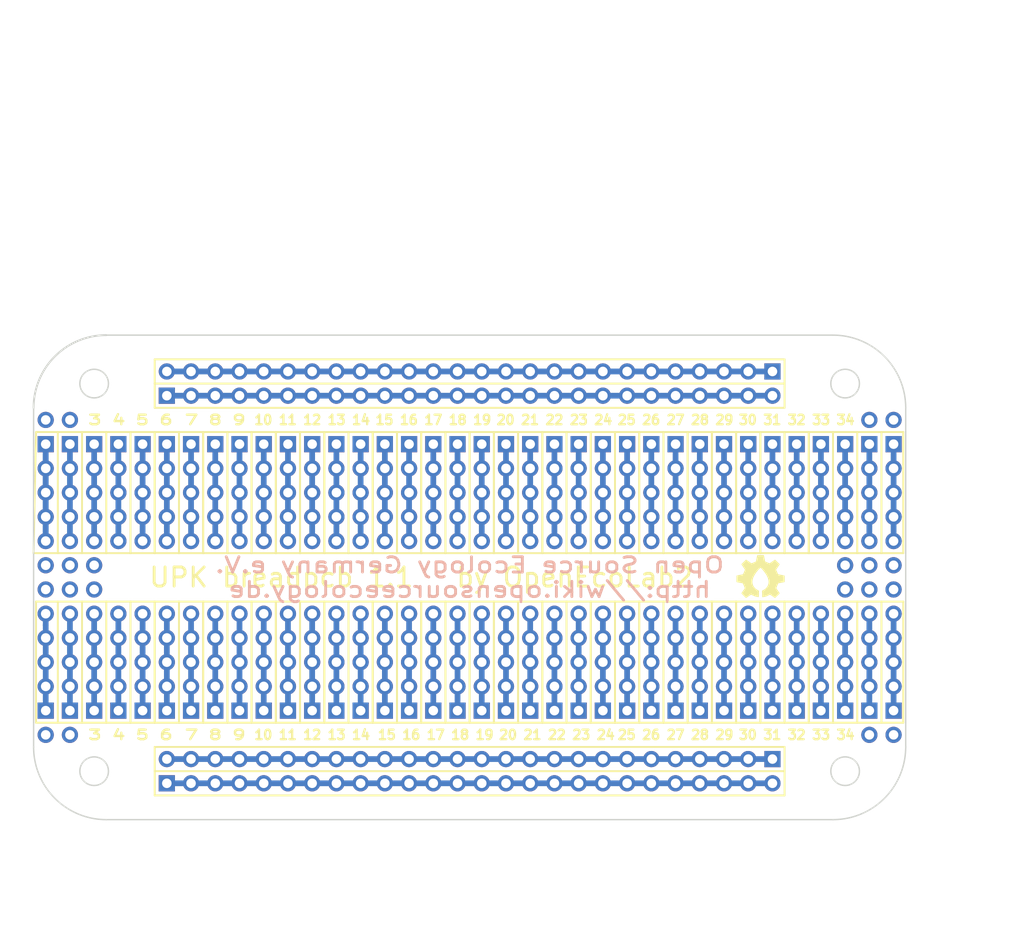
<source format=kicad_pcb>
(kicad_pcb (version 20171130) (host pcbnew 5.0.2+dfsg1-1~bpo9+1)
  (layers (0 F.Cu signal) (31 B.Cu signal) (34 B.Paste user) (35 F.Paste user) (36 B.SilkS user) (37 F.SilkS user) (38 B.Mask user) (39 F.Mask user) (44 Edge.Cuts user))
  (net 0 "")
  (net 1 "Net-(J1-Pad1)")
  (net 2 "Net-(J2-Pad1)")
  (net 3 "Net-(J3-Pad1)")
  (module mymods:Pin_Header_Straight_1x26_Pitch2.54mm (layer F.Cu) (at 106.68 105.41 90)
    (fp_text reference J2)
    (fp_text value Conn_01x26_Male)
    (pad 1 thru_hole rect (at 0 0 90) (size 1.7 1.7) (drill 1) (layers *.Cu *.Mask) (net 2 "Net-(J2-Pad1)"))
    (pad 2 thru_hole oval (at 0 2.54 90) (size 1.7 1.7) (drill 1) (layers *.Cu *.Mask) (net 2 "Net-(J2-Pad1)"))
    (pad 3 thru_hole oval (at 0 5.08 90) (size 1.7 1.7) (drill 1) (layers *.Cu *.Mask) (net 2 "Net-(J2-Pad1)"))
    (pad 4 thru_hole oval (at 0 7.62 90) (size 1.7 1.7) (drill 1) (layers *.Cu *.Mask) (net 2 "Net-(J2-Pad1)"))
    (pad 5 thru_hole oval (at 0 10.16 90) (size 1.7 1.7) (drill 1) (layers *.Cu *.Mask) (net 2 "Net-(J2-Pad1)"))
    (pad 6 thru_hole oval (at 0 12.7 90) (size 1.7 1.7) (drill 1) (layers *.Cu *.Mask) (net 2 "Net-(J2-Pad1)"))
    (pad 7 thru_hole oval (at 0 15.24 90) (size 1.7 1.7) (drill 1) (layers *.Cu *.Mask) (net 2 "Net-(J2-Pad1)"))
    (pad 8 thru_hole oval (at 0 17.78 90) (size 1.7 1.7) (drill 1) (layers *.Cu *.Mask) (net 2 "Net-(J2-Pad1)"))
    (pad 9 thru_hole oval (at 0 20.32 90) (size 1.7 1.7) (drill 1) (layers *.Cu *.Mask) (net 2 "Net-(J2-Pad1)"))
    (pad 10 thru_hole oval (at 0 22.86 90) (size 1.7 1.7) (drill 1) (layers *.Cu *.Mask) (net 2 "Net-(J2-Pad1)"))
    (pad 11 thru_hole oval (at 0 25.4 90) (size 1.7 1.7) (drill 1) (layers *.Cu *.Mask) (net 2 "Net-(J2-Pad1)"))
    (pad 12 thru_hole oval (at 0 27.94 90) (size 1.7 1.7) (drill 1) (layers *.Cu *.Mask) (net 2 "Net-(J2-Pad1)"))
    (pad 13 thru_hole oval (at 0 30.48 90) (size 1.7 1.7) (drill 1) (layers *.Cu *.Mask) (net 2 "Net-(J2-Pad1)"))
    (pad 14 thru_hole oval (at 0 33.02 90) (size 1.7 1.7) (drill 1) (layers *.Cu *.Mask) (net 2 "Net-(J2-Pad1)"))
    (pad 15 thru_hole oval (at 0 35.56 90) (size 1.7 1.7) (drill 1) (layers *.Cu *.Mask) (net 2 "Net-(J2-Pad1)"))
    (pad 16 thru_hole oval (at 0 38.1 90) (size 1.7 1.7) (drill 1) (layers *.Cu *.Mask) (net 2 "Net-(J2-Pad1)"))
    (pad 17 thru_hole oval (at 0 40.64 90) (size 1.7 1.7) (drill 1) (layers *.Cu *.Mask) (net 2 "Net-(J2-Pad1)"))
    (pad 18 thru_hole oval (at 0 43.18 90) (size 1.7 1.7) (drill 1) (layers *.Cu *.Mask) (net 2 "Net-(J2-Pad1)"))
    (pad 19 thru_hole oval (at 0 45.72 90) (size 1.7 1.7) (drill 1) (layers *.Cu *.Mask) (net 2 "Net-(J2-Pad1)"))
    (pad 20 thru_hole oval (at 0 48.26 90) (size 1.7 1.7) (drill 1) (layers *.Cu *.Mask) (net 2 "Net-(J2-Pad1)"))
    (pad 21 thru_hole oval (at 0 50.8 90) (size 1.7 1.7) (drill 1) (layers *.Cu *.Mask) (net 2 "Net-(J2-Pad1)"))
    (pad 22 thru_hole oval (at 0 53.34 90) (size 1.7 1.7) (drill 1) (layers *.Cu *.Mask) (net 2 "Net-(J2-Pad1)"))
    (pad 23 thru_hole oval (at 0 55.88 90) (size 1.7 1.7) (drill 1) (layers *.Cu *.Mask) (net 2 "Net-(J2-Pad1)"))
    (pad 24 thru_hole oval (at 0 58.42 90) (size 1.7 1.7) (drill 1) (layers *.Cu *.Mask) (net 2 "Net-(J2-Pad1)"))
    (pad 25 thru_hole oval (at 0 60.96 90) (size 1.7 1.7) (drill 1) (layers *.Cu *.Mask) (net 2 "Net-(J2-Pad1)"))
    (pad 26 thru_hole oval (at 0 63.5 90) (size 1.7 1.7) (drill 1) (layers *.Cu *.Mask) (net 2 "Net-(J2-Pad1)"))
  )
  (module mymods:Pin_Header_Straight_1x26_Pitch2.54mm (layer F.Cu) (at 170.18 102.87 270)
    (fp_text reference J2)
    (fp_text value Conn_01x26_Male)
    (pad 1 thru_hole rect (at 0 0 270) (size 1.7 1.7) (drill 1) (layers *.Cu *.Mask) (net 2 "Net-(J2-Pad1)"))
    (pad 2 thru_hole oval (at 0 2.54 270) (size 1.7 1.7) (drill 1) (layers *.Cu *.Mask) (net 2 "Net-(J2-Pad1)"))
    (pad 3 thru_hole oval (at 0 5.08 270) (size 1.7 1.7) (drill 1) (layers *.Cu *.Mask) (net 2 "Net-(J2-Pad1)"))
    (pad 4 thru_hole oval (at 0 7.62 270) (size 1.7 1.7) (drill 1) (layers *.Cu *.Mask) (net 2 "Net-(J2-Pad1)"))
    (pad 5 thru_hole oval (at 0 10.16 270) (size 1.7 1.7) (drill 1) (layers *.Cu *.Mask) (net 2 "Net-(J2-Pad1)"))
    (pad 6 thru_hole oval (at 0 12.7 270) (size 1.7 1.7) (drill 1) (layers *.Cu *.Mask) (net 2 "Net-(J2-Pad1)"))
    (pad 7 thru_hole oval (at 0 15.24 270) (size 1.7 1.7) (drill 1) (layers *.Cu *.Mask) (net 2 "Net-(J2-Pad1)"))
    (pad 8 thru_hole oval (at 0 17.78 270) (size 1.7 1.7) (drill 1) (layers *.Cu *.Mask) (net 2 "Net-(J2-Pad1)"))
    (pad 9 thru_hole oval (at 0 20.32 270) (size 1.7 1.7) (drill 1) (layers *.Cu *.Mask) (net 2 "Net-(J2-Pad1)"))
    (pad 10 thru_hole oval (at 0 22.86 270) (size 1.7 1.7) (drill 1) (layers *.Cu *.Mask) (net 2 "Net-(J2-Pad1)"))
    (pad 11 thru_hole oval (at 0 25.4 270) (size 1.7 1.7) (drill 1) (layers *.Cu *.Mask) (net 2 "Net-(J2-Pad1)"))
    (pad 12 thru_hole oval (at 0 27.94 270) (size 1.7 1.7) (drill 1) (layers *.Cu *.Mask) (net 2 "Net-(J2-Pad1)"))
    (pad 13 thru_hole oval (at 0 30.48 270) (size 1.7 1.7) (drill 1) (layers *.Cu *.Mask) (net 2 "Net-(J2-Pad1)"))
    (pad 14 thru_hole oval (at 0 33.02 270) (size 1.7 1.7) (drill 1) (layers *.Cu *.Mask) (net 2 "Net-(J2-Pad1)"))
    (pad 15 thru_hole oval (at 0 35.56 270) (size 1.7 1.7) (drill 1) (layers *.Cu *.Mask) (net 2 "Net-(J2-Pad1)"))
    (pad 16 thru_hole oval (at 0 38.1 270) (size 1.7 1.7) (drill 1) (layers *.Cu *.Mask) (net 2 "Net-(J2-Pad1)"))
    (pad 17 thru_hole oval (at 0 40.64 270) (size 1.7 1.7) (drill 1) (layers *.Cu *.Mask) (net 2 "Net-(J2-Pad1)"))
    (pad 18 thru_hole oval (at 0 43.18 270) (size 1.7 1.7) (drill 1) (layers *.Cu *.Mask) (net 2 "Net-(J2-Pad1)"))
    (pad 19 thru_hole oval (at 0 45.72 270) (size 1.7 1.7) (drill 1) (layers *.Cu *.Mask) (net 2 "Net-(J2-Pad1)"))
    (pad 20 thru_hole oval (at 0 48.26 270) (size 1.7 1.7) (drill 1) (layers *.Cu *.Mask) (net 2 "Net-(J2-Pad1)"))
    (pad 21 thru_hole oval (at 0 50.8 270) (size 1.7 1.7) (drill 1) (layers *.Cu *.Mask) (net 2 "Net-(J2-Pad1)"))
    (pad 22 thru_hole oval (at 0 53.34 270) (size 1.7 1.7) (drill 1) (layers *.Cu *.Mask) (net 2 "Net-(J2-Pad1)"))
    (pad 23 thru_hole oval (at 0 55.88 270) (size 1.7 1.7) (drill 1) (layers *.Cu *.Mask) (net 2 "Net-(J2-Pad1)"))
    (pad 24 thru_hole oval (at 0 58.42 270) (size 1.7 1.7) (drill 1) (layers *.Cu *.Mask) (net 2 "Net-(J2-Pad1)"))
    (pad 25 thru_hole oval (at 0 60.96 270) (size 1.7 1.7) (drill 1) (layers *.Cu *.Mask) (net 2 "Net-(J2-Pad1)"))
    (pad 26 thru_hole oval (at 0 63.5 270) (size 1.7 1.7) (drill 1) (layers *.Cu *.Mask) (net 2 "Net-(J2-Pad1)"))
  )
  (module mymods:Pin_Header_Straight_1x26_Pitch2.54mm (layer F.Cu) (at 170.18 62.23 270)
    (fp_text reference J2)
    (fp_text value Conn_01x26_Male)
    (pad 1 thru_hole rect (at 0 0 270) (size 1.7 1.7) (drill 1) (layers *.Cu *.Mask) (net 2 "Net-(J2-Pad1)"))
    (pad 2 thru_hole oval (at 0 2.54 270) (size 1.7 1.7) (drill 1) (layers *.Cu *.Mask) (net 2 "Net-(J2-Pad1)"))
    (pad 3 thru_hole oval (at 0 5.08 270) (size 1.7 1.7) (drill 1) (layers *.Cu *.Mask) (net 2 "Net-(J2-Pad1)"))
    (pad 4 thru_hole oval (at 0 7.62 270) (size 1.7 1.7) (drill 1) (layers *.Cu *.Mask) (net 2 "Net-(J2-Pad1)"))
    (pad 5 thru_hole oval (at 0 10.16 270) (size 1.7 1.7) (drill 1) (layers *.Cu *.Mask) (net 2 "Net-(J2-Pad1)"))
    (pad 6 thru_hole oval (at 0 12.7 270) (size 1.7 1.7) (drill 1) (layers *.Cu *.Mask) (net 2 "Net-(J2-Pad1)"))
    (pad 7 thru_hole oval (at 0 15.24 270) (size 1.7 1.7) (drill 1) (layers *.Cu *.Mask) (net 2 "Net-(J2-Pad1)"))
    (pad 8 thru_hole oval (at 0 17.78 270) (size 1.7 1.7) (drill 1) (layers *.Cu *.Mask) (net 2 "Net-(J2-Pad1)"))
    (pad 9 thru_hole oval (at 0 20.32 270) (size 1.7 1.7) (drill 1) (layers *.Cu *.Mask) (net 2 "Net-(J2-Pad1)"))
    (pad 10 thru_hole oval (at 0 22.86 270) (size 1.7 1.7) (drill 1) (layers *.Cu *.Mask) (net 2 "Net-(J2-Pad1)"))
    (pad 11 thru_hole oval (at 0 25.4 270) (size 1.7 1.7) (drill 1) (layers *.Cu *.Mask) (net 2 "Net-(J2-Pad1)"))
    (pad 12 thru_hole oval (at 0 27.94 270) (size 1.7 1.7) (drill 1) (layers *.Cu *.Mask) (net 2 "Net-(J2-Pad1)"))
    (pad 13 thru_hole oval (at 0 30.48 270) (size 1.7 1.7) (drill 1) (layers *.Cu *.Mask) (net 2 "Net-(J2-Pad1)"))
    (pad 14 thru_hole oval (at 0 33.02 270) (size 1.7 1.7) (drill 1) (layers *.Cu *.Mask) (net 2 "Net-(J2-Pad1)"))
    (pad 15 thru_hole oval (at 0 35.56 270) (size 1.7 1.7) (drill 1) (layers *.Cu *.Mask) (net 2 "Net-(J2-Pad1)"))
    (pad 16 thru_hole oval (at 0 38.1 270) (size 1.7 1.7) (drill 1) (layers *.Cu *.Mask) (net 2 "Net-(J2-Pad1)"))
    (pad 17 thru_hole oval (at 0 40.64 270) (size 1.7 1.7) (drill 1) (layers *.Cu *.Mask) (net 2 "Net-(J2-Pad1)"))
    (pad 18 thru_hole oval (at 0 43.18 270) (size 1.7 1.7) (drill 1) (layers *.Cu *.Mask) (net 2 "Net-(J2-Pad1)"))
    (pad 19 thru_hole oval (at 0 45.72 270) (size 1.7 1.7) (drill 1) (layers *.Cu *.Mask) (net 2 "Net-(J2-Pad1)"))
    (pad 20 thru_hole oval (at 0 48.26 270) (size 1.7 1.7) (drill 1) (layers *.Cu *.Mask) (net 2 "Net-(J2-Pad1)"))
    (pad 21 thru_hole oval (at 0 50.8 270) (size 1.7 1.7) (drill 1) (layers *.Cu *.Mask) (net 2 "Net-(J2-Pad1)"))
    (pad 22 thru_hole oval (at 0 53.34 270) (size 1.7 1.7) (drill 1) (layers *.Cu *.Mask) (net 2 "Net-(J2-Pad1)"))
    (pad 23 thru_hole oval (at 0 55.88 270) (size 1.7 1.7) (drill 1) (layers *.Cu *.Mask) (net 2 "Net-(J2-Pad1)"))
    (pad 24 thru_hole oval (at 0 58.42 270) (size 1.7 1.7) (drill 1) (layers *.Cu *.Mask) (net 2 "Net-(J2-Pad1)"))
    (pad 25 thru_hole oval (at 0 60.96 270) (size 1.7 1.7) (drill 1) (layers *.Cu *.Mask) (net 2 "Net-(J2-Pad1)"))
    (pad 26 thru_hole oval (at 0 63.5 270) (size 1.7 1.7) (drill 1) (layers *.Cu *.Mask) (net 2 "Net-(J2-Pad1)"))
  )
  (module mymods:Pin_Header_Straight_1x26_Pitch2.54mm (layer F.Cu) (at 106.68 64.77 90)
    (fp_text reference J2)
    (fp_text value Conn_01x26_Male)
    (pad 1 thru_hole rect (at 0 0 90) (size 1.7 1.7) (drill 1) (layers *.Cu *.Mask) (net 2 "Net-(J2-Pad1)"))
    (pad 2 thru_hole oval (at 0 2.54 90) (size 1.7 1.7) (drill 1) (layers *.Cu *.Mask) (net 2 "Net-(J2-Pad1)"))
    (pad 3 thru_hole oval (at 0 5.08 90) (size 1.7 1.7) (drill 1) (layers *.Cu *.Mask) (net 2 "Net-(J2-Pad1)"))
    (pad 4 thru_hole oval (at 0 7.62 90) (size 1.7 1.7) (drill 1) (layers *.Cu *.Mask) (net 2 "Net-(J2-Pad1)"))
    (pad 5 thru_hole oval (at 0 10.16 90) (size 1.7 1.7) (drill 1) (layers *.Cu *.Mask) (net 2 "Net-(J2-Pad1)"))
    (pad 6 thru_hole oval (at 0 12.7 90) (size 1.7 1.7) (drill 1) (layers *.Cu *.Mask) (net 2 "Net-(J2-Pad1)"))
    (pad 7 thru_hole oval (at 0 15.24 90) (size 1.7 1.7) (drill 1) (layers *.Cu *.Mask) (net 2 "Net-(J2-Pad1)"))
    (pad 8 thru_hole oval (at 0 17.78 90) (size 1.7 1.7) (drill 1) (layers *.Cu *.Mask) (net 2 "Net-(J2-Pad1)"))
    (pad 9 thru_hole oval (at 0 20.32 90) (size 1.7 1.7) (drill 1) (layers *.Cu *.Mask) (net 2 "Net-(J2-Pad1)"))
    (pad 10 thru_hole oval (at 0 22.86 90) (size 1.7 1.7) (drill 1) (layers *.Cu *.Mask) (net 2 "Net-(J2-Pad1)"))
    (pad 11 thru_hole oval (at 0 25.4 90) (size 1.7 1.7) (drill 1) (layers *.Cu *.Mask) (net 2 "Net-(J2-Pad1)"))
    (pad 12 thru_hole oval (at 0 27.94 90) (size 1.7 1.7) (drill 1) (layers *.Cu *.Mask) (net 2 "Net-(J2-Pad1)"))
    (pad 13 thru_hole oval (at 0 30.48 90) (size 1.7 1.7) (drill 1) (layers *.Cu *.Mask) (net 2 "Net-(J2-Pad1)"))
    (pad 14 thru_hole oval (at 0 33.02 90) (size 1.7 1.7) (drill 1) (layers *.Cu *.Mask) (net 2 "Net-(J2-Pad1)"))
    (pad 15 thru_hole oval (at 0 35.56 90) (size 1.7 1.7) (drill 1) (layers *.Cu *.Mask) (net 2 "Net-(J2-Pad1)"))
    (pad 16 thru_hole oval (at 0 38.1 90) (size 1.7 1.7) (drill 1) (layers *.Cu *.Mask) (net 2 "Net-(J2-Pad1)"))
    (pad 17 thru_hole oval (at 0 40.64 90) (size 1.7 1.7) (drill 1) (layers *.Cu *.Mask) (net 2 "Net-(J2-Pad1)"))
    (pad 18 thru_hole oval (at 0 43.18 90) (size 1.7 1.7) (drill 1) (layers *.Cu *.Mask) (net 2 "Net-(J2-Pad1)"))
    (pad 19 thru_hole oval (at 0 45.72 90) (size 1.7 1.7) (drill 1) (layers *.Cu *.Mask) (net 2 "Net-(J2-Pad1)"))
    (pad 20 thru_hole oval (at 0 48.26 90) (size 1.7 1.7) (drill 1) (layers *.Cu *.Mask) (net 2 "Net-(J2-Pad1)"))
    (pad 21 thru_hole oval (at 0 50.8 90) (size 1.7 1.7) (drill 1) (layers *.Cu *.Mask) (net 2 "Net-(J2-Pad1)"))
    (pad 22 thru_hole oval (at 0 53.34 90) (size 1.7 1.7) (drill 1) (layers *.Cu *.Mask) (net 2 "Net-(J2-Pad1)"))
    (pad 23 thru_hole oval (at 0 55.88 90) (size 1.7 1.7) (drill 1) (layers *.Cu *.Mask) (net 2 "Net-(J2-Pad1)"))
    (pad 24 thru_hole oval (at 0 58.42 90) (size 1.7 1.7) (drill 1) (layers *.Cu *.Mask) (net 2 "Net-(J2-Pad1)"))
    (pad 25 thru_hole oval (at 0 60.96 90) (size 1.7 1.7) (drill 1) (layers *.Cu *.Mask) (net 2 "Net-(J2-Pad1)"))
    (pad 26 thru_hole oval (at 0 63.5 90) (size 1.7 1.7) (drill 1) (layers *.Cu *.Mask) (net 2 "Net-(J2-Pad1)"))
  )
  (module mymods:Pin_Header_Straight_1x05_Pitch2.54mm (layer F.Cu) (at 114.3 97.79 180)
    (fp_text reference J1)
    (fp_text value Conn_01x05_Male)
    (pad 1 thru_hole rect (at 0 0 180) (size 1.7 1.7) (drill 1) (layers *.Cu *.Mask) (net 1 "Net-(J1-Pad1)"))
    (pad 2 thru_hole oval (at 0 2.54 180) (size 1.7 1.7) (drill 1) (layers *.Cu *.Mask) (net 1 "Net-(J1-Pad1)"))
    (pad 3 thru_hole oval (at 0 5.08 180) (size 1.7 1.7) (drill 1) (layers *.Cu *.Mask) (net 1 "Net-(J1-Pad1)"))
    (pad 4 thru_hole oval (at 0 7.62 180) (size 1.7 1.7) (drill 1) (layers *.Cu *.Mask) (net 1 "Net-(J1-Pad1)"))
    (pad 5 thru_hole oval (at 0 10.16 180) (size 1.7 1.7) (drill 1) (layers *.Cu *.Mask) (net 1 "Net-(J1-Pad1)"))
  )
  (module mymods:Pin_Header_Straight_1x05_Pitch2.54mm (layer F.Cu) (at 104.14 97.79 180)
    (fp_text reference J1)
    (fp_text value Conn_01x05_Male)
    (pad 1 thru_hole rect (at 0 0 180) (size 1.7 1.7) (drill 1) (layers *.Cu *.Mask) (net 1 "Net-(J1-Pad1)"))
    (pad 2 thru_hole oval (at 0 2.54 180) (size 1.7 1.7) (drill 1) (layers *.Cu *.Mask) (net 1 "Net-(J1-Pad1)"))
    (pad 3 thru_hole oval (at 0 5.08 180) (size 1.7 1.7) (drill 1) (layers *.Cu *.Mask) (net 1 "Net-(J1-Pad1)"))
    (pad 4 thru_hole oval (at 0 7.62 180) (size 1.7 1.7) (drill 1) (layers *.Cu *.Mask) (net 1 "Net-(J1-Pad1)"))
    (pad 5 thru_hole oval (at 0 10.16 180) (size 1.7 1.7) (drill 1) (layers *.Cu *.Mask) (net 1 "Net-(J1-Pad1)"))
  )
  (module mymods:Pin_Header_Straight_1x05_Pitch2.54mm (layer F.Cu) (at 119.38 97.79 180)
    (fp_text reference J1)
    (fp_text value Conn_01x05_Male)
    (pad 1 thru_hole rect (at 0 0 180) (size 1.7 1.7) (drill 1) (layers *.Cu *.Mask) (net 1 "Net-(J1-Pad1)"))
    (pad 2 thru_hole oval (at 0 2.54 180) (size 1.7 1.7) (drill 1) (layers *.Cu *.Mask) (net 1 "Net-(J1-Pad1)"))
    (pad 3 thru_hole oval (at 0 5.08 180) (size 1.7 1.7) (drill 1) (layers *.Cu *.Mask) (net 1 "Net-(J1-Pad1)"))
    (pad 4 thru_hole oval (at 0 7.62 180) (size 1.7 1.7) (drill 1) (layers *.Cu *.Mask) (net 1 "Net-(J1-Pad1)"))
    (pad 5 thru_hole oval (at 0 10.16 180) (size 1.7 1.7) (drill 1) (layers *.Cu *.Mask) (net 1 "Net-(J1-Pad1)"))
  )
  (module mymods:Pin_Header_Straight_1x05_Pitch2.54mm (layer F.Cu) (at 116.84 97.79 180)
    (fp_text reference J1)
    (fp_text value Conn_01x05_Male)
    (pad 1 thru_hole rect (at 0 0 180) (size 1.7 1.7) (drill 1) (layers *.Cu *.Mask) (net 1 "Net-(J1-Pad1)"))
    (pad 2 thru_hole oval (at 0 2.54 180) (size 1.7 1.7) (drill 1) (layers *.Cu *.Mask) (net 1 "Net-(J1-Pad1)"))
    (pad 3 thru_hole oval (at 0 5.08 180) (size 1.7 1.7) (drill 1) (layers *.Cu *.Mask) (net 1 "Net-(J1-Pad1)"))
    (pad 4 thru_hole oval (at 0 7.62 180) (size 1.7 1.7) (drill 1) (layers *.Cu *.Mask) (net 1 "Net-(J1-Pad1)"))
    (pad 5 thru_hole oval (at 0 10.16 180) (size 1.7 1.7) (drill 1) (layers *.Cu *.Mask) (net 1 "Net-(J1-Pad1)"))
  )
  (module mymods:Pin_Header_Straight_1x05_Pitch2.54mm (layer F.Cu) (at 111.76 97.79 180)
    (fp_text reference J1)
    (fp_text value Conn_01x05_Male)
    (pad 1 thru_hole rect (at 0 0 180) (size 1.7 1.7) (drill 1) (layers *.Cu *.Mask) (net 1 "Net-(J1-Pad1)"))
    (pad 2 thru_hole oval (at 0 2.54 180) (size 1.7 1.7) (drill 1) (layers *.Cu *.Mask) (net 1 "Net-(J1-Pad1)"))
    (pad 3 thru_hole oval (at 0 5.08 180) (size 1.7 1.7) (drill 1) (layers *.Cu *.Mask) (net 1 "Net-(J1-Pad1)"))
    (pad 4 thru_hole oval (at 0 7.62 180) (size 1.7 1.7) (drill 1) (layers *.Cu *.Mask) (net 1 "Net-(J1-Pad1)"))
    (pad 5 thru_hole oval (at 0 10.16 180) (size 1.7 1.7) (drill 1) (layers *.Cu *.Mask) (net 1 "Net-(J1-Pad1)"))
  )
  (module mymods:Pin_Header_Straight_1x05_Pitch2.54mm (layer F.Cu) (at 106.68 97.79 180)
    (fp_text reference J1)
    (fp_text value Conn_01x05_Male)
    (pad 1 thru_hole rect (at 0 0 180) (size 1.7 1.7) (drill 1) (layers *.Cu *.Mask) (net 1 "Net-(J1-Pad1)"))
    (pad 2 thru_hole oval (at 0 2.54 180) (size 1.7 1.7) (drill 1) (layers *.Cu *.Mask) (net 1 "Net-(J1-Pad1)"))
    (pad 3 thru_hole oval (at 0 5.08 180) (size 1.7 1.7) (drill 1) (layers *.Cu *.Mask) (net 1 "Net-(J1-Pad1)"))
    (pad 4 thru_hole oval (at 0 7.62 180) (size 1.7 1.7) (drill 1) (layers *.Cu *.Mask) (net 1 "Net-(J1-Pad1)"))
    (pad 5 thru_hole oval (at 0 10.16 180) (size 1.7 1.7) (drill 1) (layers *.Cu *.Mask) (net 1 "Net-(J1-Pad1)"))
  )
  (module mymods:Pin_Header_Straight_1x05_Pitch2.54mm (layer F.Cu) (at 121.92 97.79 180)
    (fp_text reference J1)
    (fp_text value Conn_01x05_Male)
    (pad 1 thru_hole rect (at 0 0 180) (size 1.7 1.7) (drill 1) (layers *.Cu *.Mask) (net 1 "Net-(J1-Pad1)"))
    (pad 2 thru_hole oval (at 0 2.54 180) (size 1.7 1.7) (drill 1) (layers *.Cu *.Mask) (net 1 "Net-(J1-Pad1)"))
    (pad 3 thru_hole oval (at 0 5.08 180) (size 1.7 1.7) (drill 1) (layers *.Cu *.Mask) (net 1 "Net-(J1-Pad1)"))
    (pad 4 thru_hole oval (at 0 7.62 180) (size 1.7 1.7) (drill 1) (layers *.Cu *.Mask) (net 1 "Net-(J1-Pad1)"))
    (pad 5 thru_hole oval (at 0 10.16 180) (size 1.7 1.7) (drill 1) (layers *.Cu *.Mask) (net 1 "Net-(J1-Pad1)"))
  )
  (module mymods:Pin_Header_Straight_1x05_Pitch2.54mm (layer F.Cu) (at 109.22 97.79 180)
    (fp_text reference J1)
    (fp_text value Conn_01x05_Male)
    (pad 1 thru_hole rect (at 0 0 180) (size 1.7 1.7) (drill 1) (layers *.Cu *.Mask) (net 1 "Net-(J1-Pad1)"))
    (pad 2 thru_hole oval (at 0 2.54 180) (size 1.7 1.7) (drill 1) (layers *.Cu *.Mask) (net 1 "Net-(J1-Pad1)"))
    (pad 3 thru_hole oval (at 0 5.08 180) (size 1.7 1.7) (drill 1) (layers *.Cu *.Mask) (net 1 "Net-(J1-Pad1)"))
    (pad 4 thru_hole oval (at 0 7.62 180) (size 1.7 1.7) (drill 1) (layers *.Cu *.Mask) (net 1 "Net-(J1-Pad1)"))
    (pad 5 thru_hole oval (at 0 10.16 180) (size 1.7 1.7) (drill 1) (layers *.Cu *.Mask) (net 1 "Net-(J1-Pad1)"))
  )
  (module mymods:Pin_Header_Straight_1x05_Pitch2.54mm (layer F.Cu) (at 101.6 97.79 180)
    (fp_text reference J1)
    (fp_text value Conn_01x05_Male)
    (pad 1 thru_hole rect (at 0 0 180) (size 1.7 1.7) (drill 1) (layers *.Cu *.Mask) (net 1 "Net-(J1-Pad1)"))
    (pad 2 thru_hole oval (at 0 2.54 180) (size 1.7 1.7) (drill 1) (layers *.Cu *.Mask) (net 1 "Net-(J1-Pad1)"))
    (pad 3 thru_hole oval (at 0 5.08 180) (size 1.7 1.7) (drill 1) (layers *.Cu *.Mask) (net 1 "Net-(J1-Pad1)"))
    (pad 4 thru_hole oval (at 0 7.62 180) (size 1.7 1.7) (drill 1) (layers *.Cu *.Mask) (net 1 "Net-(J1-Pad1)"))
    (pad 5 thru_hole oval (at 0 10.16 180) (size 1.7 1.7) (drill 1) (layers *.Cu *.Mask) (net 1 "Net-(J1-Pad1)"))
  )
  (module mymods:Pin_Header_Straight_1x05_Pitch2.54mm (layer F.Cu) (at 172.72 97.79 180)
    (fp_text reference J1)
    (fp_text value Conn_01x05_Male)
    (pad 1 thru_hole rect (at 0 0 180) (size 1.7 1.7) (drill 1) (layers *.Cu *.Mask) (net 1 "Net-(J1-Pad1)"))
    (pad 2 thru_hole oval (at 0 2.54 180) (size 1.7 1.7) (drill 1) (layers *.Cu *.Mask) (net 1 "Net-(J1-Pad1)"))
    (pad 3 thru_hole oval (at 0 5.08 180) (size 1.7 1.7) (drill 1) (layers *.Cu *.Mask) (net 1 "Net-(J1-Pad1)"))
    (pad 4 thru_hole oval (at 0 7.62 180) (size 1.7 1.7) (drill 1) (layers *.Cu *.Mask) (net 1 "Net-(J1-Pad1)"))
    (pad 5 thru_hole oval (at 0 10.16 180) (size 1.7 1.7) (drill 1) (layers *.Cu *.Mask) (net 1 "Net-(J1-Pad1)"))
  )
  (module mymods:Pin_Header_Straight_1x05_Pitch2.54mm (layer F.Cu) (at 154.94 97.79 180)
    (fp_text reference J1)
    (fp_text value Conn_01x05_Male)
    (pad 1 thru_hole rect (at 0 0 180) (size 1.7 1.7) (drill 1) (layers *.Cu *.Mask) (net 1 "Net-(J1-Pad1)"))
    (pad 2 thru_hole oval (at 0 2.54 180) (size 1.7 1.7) (drill 1) (layers *.Cu *.Mask) (net 1 "Net-(J1-Pad1)"))
    (pad 3 thru_hole oval (at 0 5.08 180) (size 1.7 1.7) (drill 1) (layers *.Cu *.Mask) (net 1 "Net-(J1-Pad1)"))
    (pad 4 thru_hole oval (at 0 7.62 180) (size 1.7 1.7) (drill 1) (layers *.Cu *.Mask) (net 1 "Net-(J1-Pad1)"))
    (pad 5 thru_hole oval (at 0 10.16 180) (size 1.7 1.7) (drill 1) (layers *.Cu *.Mask) (net 1 "Net-(J1-Pad1)"))
  )
  (module mymods:Pin_Header_Straight_1x05_Pitch2.54mm (layer F.Cu) (at 149.86 97.79 180)
    (fp_text reference J1)
    (fp_text value Conn_01x05_Male)
    (pad 1 thru_hole rect (at 0 0 180) (size 1.7 1.7) (drill 1) (layers *.Cu *.Mask) (net 1 "Net-(J1-Pad1)"))
    (pad 2 thru_hole oval (at 0 2.54 180) (size 1.7 1.7) (drill 1) (layers *.Cu *.Mask) (net 1 "Net-(J1-Pad1)"))
    (pad 3 thru_hole oval (at 0 5.08 180) (size 1.7 1.7) (drill 1) (layers *.Cu *.Mask) (net 1 "Net-(J1-Pad1)"))
    (pad 4 thru_hole oval (at 0 7.62 180) (size 1.7 1.7) (drill 1) (layers *.Cu *.Mask) (net 1 "Net-(J1-Pad1)"))
    (pad 5 thru_hole oval (at 0 10.16 180) (size 1.7 1.7) (drill 1) (layers *.Cu *.Mask) (net 1 "Net-(J1-Pad1)"))
  )
  (module mymods:Pin_Header_Straight_1x05_Pitch2.54mm (layer F.Cu) (at 170.18 97.79 180)
    (fp_text reference J1)
    (fp_text value Conn_01x05_Male)
    (pad 1 thru_hole rect (at 0 0 180) (size 1.7 1.7) (drill 1) (layers *.Cu *.Mask) (net 1 "Net-(J1-Pad1)"))
    (pad 2 thru_hole oval (at 0 2.54 180) (size 1.7 1.7) (drill 1) (layers *.Cu *.Mask) (net 1 "Net-(J1-Pad1)"))
    (pad 3 thru_hole oval (at 0 5.08 180) (size 1.7 1.7) (drill 1) (layers *.Cu *.Mask) (net 1 "Net-(J1-Pad1)"))
    (pad 4 thru_hole oval (at 0 7.62 180) (size 1.7 1.7) (drill 1) (layers *.Cu *.Mask) (net 1 "Net-(J1-Pad1)"))
    (pad 5 thru_hole oval (at 0 10.16 180) (size 1.7 1.7) (drill 1) (layers *.Cu *.Mask) (net 1 "Net-(J1-Pad1)"))
  )
  (module mymods:Pin_Header_Straight_1x05_Pitch2.54mm (layer F.Cu) (at 152.4 97.79 180)
    (fp_text reference J1)
    (fp_text value Conn_01x05_Male)
    (pad 1 thru_hole rect (at 0 0 180) (size 1.7 1.7) (drill 1) (layers *.Cu *.Mask) (net 1 "Net-(J1-Pad1)"))
    (pad 2 thru_hole oval (at 0 2.54 180) (size 1.7 1.7) (drill 1) (layers *.Cu *.Mask) (net 1 "Net-(J1-Pad1)"))
    (pad 3 thru_hole oval (at 0 5.08 180) (size 1.7 1.7) (drill 1) (layers *.Cu *.Mask) (net 1 "Net-(J1-Pad1)"))
    (pad 4 thru_hole oval (at 0 7.62 180) (size 1.7 1.7) (drill 1) (layers *.Cu *.Mask) (net 1 "Net-(J1-Pad1)"))
    (pad 5 thru_hole oval (at 0 10.16 180) (size 1.7 1.7) (drill 1) (layers *.Cu *.Mask) (net 1 "Net-(J1-Pad1)"))
  )
  (module mymods:Pin_Header_Straight_1x05_Pitch2.54mm (layer F.Cu) (at 157.48 97.79 180)
    (fp_text reference J1)
    (fp_text value Conn_01x05_Male)
    (pad 1 thru_hole rect (at 0 0 180) (size 1.7 1.7) (drill 1) (layers *.Cu *.Mask) (net 1 "Net-(J1-Pad1)"))
    (pad 2 thru_hole oval (at 0 2.54 180) (size 1.7 1.7) (drill 1) (layers *.Cu *.Mask) (net 1 "Net-(J1-Pad1)"))
    (pad 3 thru_hole oval (at 0 5.08 180) (size 1.7 1.7) (drill 1) (layers *.Cu *.Mask) (net 1 "Net-(J1-Pad1)"))
    (pad 4 thru_hole oval (at 0 7.62 180) (size 1.7 1.7) (drill 1) (layers *.Cu *.Mask) (net 1 "Net-(J1-Pad1)"))
    (pad 5 thru_hole oval (at 0 10.16 180) (size 1.7 1.7) (drill 1) (layers *.Cu *.Mask) (net 1 "Net-(J1-Pad1)"))
  )
  (module mymods:Pin_Header_Straight_1x05_Pitch2.54mm (layer F.Cu) (at 160.02 97.79 180)
    (fp_text reference J1)
    (fp_text value Conn_01x05_Male)
    (pad 1 thru_hole rect (at 0 0 180) (size 1.7 1.7) (drill 1) (layers *.Cu *.Mask) (net 1 "Net-(J1-Pad1)"))
    (pad 2 thru_hole oval (at 0 2.54 180) (size 1.7 1.7) (drill 1) (layers *.Cu *.Mask) (net 1 "Net-(J1-Pad1)"))
    (pad 3 thru_hole oval (at 0 5.08 180) (size 1.7 1.7) (drill 1) (layers *.Cu *.Mask) (net 1 "Net-(J1-Pad1)"))
    (pad 4 thru_hole oval (at 0 7.62 180) (size 1.7 1.7) (drill 1) (layers *.Cu *.Mask) (net 1 "Net-(J1-Pad1)"))
    (pad 5 thru_hole oval (at 0 10.16 180) (size 1.7 1.7) (drill 1) (layers *.Cu *.Mask) (net 1 "Net-(J1-Pad1)"))
  )
  (module mymods:Pin_Header_Straight_1x05_Pitch2.54mm (layer F.Cu) (at 162.56 97.79 180)
    (fp_text reference J1)
    (fp_text value Conn_01x05_Male)
    (pad 1 thru_hole rect (at 0 0 180) (size 1.7 1.7) (drill 1) (layers *.Cu *.Mask) (net 1 "Net-(J1-Pad1)"))
    (pad 2 thru_hole oval (at 0 2.54 180) (size 1.7 1.7) (drill 1) (layers *.Cu *.Mask) (net 1 "Net-(J1-Pad1)"))
    (pad 3 thru_hole oval (at 0 5.08 180) (size 1.7 1.7) (drill 1) (layers *.Cu *.Mask) (net 1 "Net-(J1-Pad1)"))
    (pad 4 thru_hole oval (at 0 7.62 180) (size 1.7 1.7) (drill 1) (layers *.Cu *.Mask) (net 1 "Net-(J1-Pad1)"))
    (pad 5 thru_hole oval (at 0 10.16 180) (size 1.7 1.7) (drill 1) (layers *.Cu *.Mask) (net 1 "Net-(J1-Pad1)"))
  )
  (module mymods:Pin_Header_Straight_1x05_Pitch2.54mm (layer F.Cu) (at 147.32 97.79 180)
    (fp_text reference J1)
    (fp_text value Conn_01x05_Male)
    (pad 1 thru_hole rect (at 0 0 180) (size 1.7 1.7) (drill 1) (layers *.Cu *.Mask) (net 1 "Net-(J1-Pad1)"))
    (pad 2 thru_hole oval (at 0 2.54 180) (size 1.7 1.7) (drill 1) (layers *.Cu *.Mask) (net 1 "Net-(J1-Pad1)"))
    (pad 3 thru_hole oval (at 0 5.08 180) (size 1.7 1.7) (drill 1) (layers *.Cu *.Mask) (net 1 "Net-(J1-Pad1)"))
    (pad 4 thru_hole oval (at 0 7.62 180) (size 1.7 1.7) (drill 1) (layers *.Cu *.Mask) (net 1 "Net-(J1-Pad1)"))
    (pad 5 thru_hole oval (at 0 10.16 180) (size 1.7 1.7) (drill 1) (layers *.Cu *.Mask) (net 1 "Net-(J1-Pad1)"))
  )
  (module mymods:Pin_Header_Straight_1x05_Pitch2.54mm (layer F.Cu) (at 142.24 97.79 180)
    (fp_text reference J1)
    (fp_text value Conn_01x05_Male)
    (pad 1 thru_hole rect (at 0 0 180) (size 1.7 1.7) (drill 1) (layers *.Cu *.Mask) (net 1 "Net-(J1-Pad1)"))
    (pad 2 thru_hole oval (at 0 2.54 180) (size 1.7 1.7) (drill 1) (layers *.Cu *.Mask) (net 1 "Net-(J1-Pad1)"))
    (pad 3 thru_hole oval (at 0 5.08 180) (size 1.7 1.7) (drill 1) (layers *.Cu *.Mask) (net 1 "Net-(J1-Pad1)"))
    (pad 4 thru_hole oval (at 0 7.62 180) (size 1.7 1.7) (drill 1) (layers *.Cu *.Mask) (net 1 "Net-(J1-Pad1)"))
    (pad 5 thru_hole oval (at 0 10.16 180) (size 1.7 1.7) (drill 1) (layers *.Cu *.Mask) (net 1 "Net-(J1-Pad1)"))
  )
  (module mymods:Pin_Header_Straight_1x05_Pitch2.54mm (layer F.Cu) (at 165.1 97.79 180)
    (fp_text reference J1)
    (fp_text value Conn_01x05_Male)
    (pad 1 thru_hole rect (at 0 0 180) (size 1.7 1.7) (drill 1) (layers *.Cu *.Mask) (net 1 "Net-(J1-Pad1)"))
    (pad 2 thru_hole oval (at 0 2.54 180) (size 1.7 1.7) (drill 1) (layers *.Cu *.Mask) (net 1 "Net-(J1-Pad1)"))
    (pad 3 thru_hole oval (at 0 5.08 180) (size 1.7 1.7) (drill 1) (layers *.Cu *.Mask) (net 1 "Net-(J1-Pad1)"))
    (pad 4 thru_hole oval (at 0 7.62 180) (size 1.7 1.7) (drill 1) (layers *.Cu *.Mask) (net 1 "Net-(J1-Pad1)"))
    (pad 5 thru_hole oval (at 0 10.16 180) (size 1.7 1.7) (drill 1) (layers *.Cu *.Mask) (net 1 "Net-(J1-Pad1)"))
  )
  (module mymods:Pin_Header_Straight_1x05_Pitch2.54mm (layer F.Cu) (at 167.64 97.79 180)
    (fp_text reference J1)
    (fp_text value Conn_01x05_Male)
    (pad 1 thru_hole rect (at 0 0 180) (size 1.7 1.7) (drill 1) (layers *.Cu *.Mask) (net 1 "Net-(J1-Pad1)"))
    (pad 2 thru_hole oval (at 0 2.54 180) (size 1.7 1.7) (drill 1) (layers *.Cu *.Mask) (net 1 "Net-(J1-Pad1)"))
    (pad 3 thru_hole oval (at 0 5.08 180) (size 1.7 1.7) (drill 1) (layers *.Cu *.Mask) (net 1 "Net-(J1-Pad1)"))
    (pad 4 thru_hole oval (at 0 7.62 180) (size 1.7 1.7) (drill 1) (layers *.Cu *.Mask) (net 1 "Net-(J1-Pad1)"))
    (pad 5 thru_hole oval (at 0 10.16 180) (size 1.7 1.7) (drill 1) (layers *.Cu *.Mask) (net 1 "Net-(J1-Pad1)"))
  )
  (module mymods:Pin_Header_Straight_1x05_Pitch2.54mm (layer F.Cu) (at 144.78 97.79 180)
    (fp_text reference J1)
    (fp_text value Conn_01x05_Male)
    (pad 1 thru_hole rect (at 0 0 180) (size 1.7 1.7) (drill 1) (layers *.Cu *.Mask) (net 1 "Net-(J1-Pad1)"))
    (pad 2 thru_hole oval (at 0 2.54 180) (size 1.7 1.7) (drill 1) (layers *.Cu *.Mask) (net 1 "Net-(J1-Pad1)"))
    (pad 3 thru_hole oval (at 0 5.08 180) (size 1.7 1.7) (drill 1) (layers *.Cu *.Mask) (net 1 "Net-(J1-Pad1)"))
    (pad 4 thru_hole oval (at 0 7.62 180) (size 1.7 1.7) (drill 1) (layers *.Cu *.Mask) (net 1 "Net-(J1-Pad1)"))
    (pad 5 thru_hole oval (at 0 10.16 180) (size 1.7 1.7) (drill 1) (layers *.Cu *.Mask) (net 1 "Net-(J1-Pad1)"))
  )
  (module mymods:Pin_Header_Straight_1x05_Pitch2.54mm (layer F.Cu) (at 139.7 97.79 180)
    (fp_text reference J1)
    (fp_text value Conn_01x05_Male)
    (pad 1 thru_hole rect (at 0 0 180) (size 1.7 1.7) (drill 1) (layers *.Cu *.Mask) (net 1 "Net-(J1-Pad1)"))
    (pad 2 thru_hole oval (at 0 2.54 180) (size 1.7 1.7) (drill 1) (layers *.Cu *.Mask) (net 1 "Net-(J1-Pad1)"))
    (pad 3 thru_hole oval (at 0 5.08 180) (size 1.7 1.7) (drill 1) (layers *.Cu *.Mask) (net 1 "Net-(J1-Pad1)"))
    (pad 4 thru_hole oval (at 0 7.62 180) (size 1.7 1.7) (drill 1) (layers *.Cu *.Mask) (net 1 "Net-(J1-Pad1)"))
    (pad 5 thru_hole oval (at 0 10.16 180) (size 1.7 1.7) (drill 1) (layers *.Cu *.Mask) (net 1 "Net-(J1-Pad1)"))
  )
  (module mymods:Pin_Header_Straight_1x05_Pitch2.54mm (layer F.Cu) (at 132.08 97.79 180)
    (fp_text reference J1)
    (fp_text value Conn_01x05_Male)
    (pad 1 thru_hole rect (at 0 0 180) (size 1.7 1.7) (drill 1) (layers *.Cu *.Mask) (net 1 "Net-(J1-Pad1)"))
    (pad 2 thru_hole oval (at 0 2.54 180) (size 1.7 1.7) (drill 1) (layers *.Cu *.Mask) (net 1 "Net-(J1-Pad1)"))
    (pad 3 thru_hole oval (at 0 5.08 180) (size 1.7 1.7) (drill 1) (layers *.Cu *.Mask) (net 1 "Net-(J1-Pad1)"))
    (pad 4 thru_hole oval (at 0 7.62 180) (size 1.7 1.7) (drill 1) (layers *.Cu *.Mask) (net 1 "Net-(J1-Pad1)"))
    (pad 5 thru_hole oval (at 0 10.16 180) (size 1.7 1.7) (drill 1) (layers *.Cu *.Mask) (net 1 "Net-(J1-Pad1)"))
  )
  (module mymods:Pin_Header_Straight_1x05_Pitch2.54mm (layer F.Cu) (at 134.62 97.79 180)
    (fp_text reference J1)
    (fp_text value Conn_01x05_Male)
    (pad 1 thru_hole rect (at 0 0 180) (size 1.7 1.7) (drill 1) (layers *.Cu *.Mask) (net 1 "Net-(J1-Pad1)"))
    (pad 2 thru_hole oval (at 0 2.54 180) (size 1.7 1.7) (drill 1) (layers *.Cu *.Mask) (net 1 "Net-(J1-Pad1)"))
    (pad 3 thru_hole oval (at 0 5.08 180) (size 1.7 1.7) (drill 1) (layers *.Cu *.Mask) (net 1 "Net-(J1-Pad1)"))
    (pad 4 thru_hole oval (at 0 7.62 180) (size 1.7 1.7) (drill 1) (layers *.Cu *.Mask) (net 1 "Net-(J1-Pad1)"))
    (pad 5 thru_hole oval (at 0 10.16 180) (size 1.7 1.7) (drill 1) (layers *.Cu *.Mask) (net 1 "Net-(J1-Pad1)"))
  )
  (module mymods:Pin_Header_Straight_1x05_Pitch2.54mm (layer F.Cu) (at 175.26 97.79 180)
    (fp_text reference J1)
    (fp_text value Conn_01x05_Male)
    (pad 1 thru_hole rect (at 0 0 180) (size 1.7 1.7) (drill 1) (layers *.Cu *.Mask) (net 1 "Net-(J1-Pad1)"))
    (pad 2 thru_hole oval (at 0 2.54 180) (size 1.7 1.7) (drill 1) (layers *.Cu *.Mask) (net 1 "Net-(J1-Pad1)"))
    (pad 3 thru_hole oval (at 0 5.08 180) (size 1.7 1.7) (drill 1) (layers *.Cu *.Mask) (net 1 "Net-(J1-Pad1)"))
    (pad 4 thru_hole oval (at 0 7.62 180) (size 1.7 1.7) (drill 1) (layers *.Cu *.Mask) (net 1 "Net-(J1-Pad1)"))
    (pad 5 thru_hole oval (at 0 10.16 180) (size 1.7 1.7) (drill 1) (layers *.Cu *.Mask) (net 1 "Net-(J1-Pad1)"))
  )
  (module mymods:Pin_Header_Straight_1x05_Pitch2.54mm (layer F.Cu) (at 137.16 97.79 180)
    (fp_text reference J1)
    (fp_text value Conn_01x05_Male)
    (pad 1 thru_hole rect (at 0 0 180) (size 1.7 1.7) (drill 1) (layers *.Cu *.Mask) (net 1 "Net-(J1-Pad1)"))
    (pad 2 thru_hole oval (at 0 2.54 180) (size 1.7 1.7) (drill 1) (layers *.Cu *.Mask) (net 1 "Net-(J1-Pad1)"))
    (pad 3 thru_hole oval (at 0 5.08 180) (size 1.7 1.7) (drill 1) (layers *.Cu *.Mask) (net 1 "Net-(J1-Pad1)"))
    (pad 4 thru_hole oval (at 0 7.62 180) (size 1.7 1.7) (drill 1) (layers *.Cu *.Mask) (net 1 "Net-(J1-Pad1)"))
    (pad 5 thru_hole oval (at 0 10.16 180) (size 1.7 1.7) (drill 1) (layers *.Cu *.Mask) (net 1 "Net-(J1-Pad1)"))
  )
  (module mymods:Pin_Header_Straight_1x05_Pitch2.54mm (layer F.Cu) (at 129.54 97.79 180)
    (fp_text reference J1)
    (fp_text value Conn_01x05_Male)
    (pad 1 thru_hole rect (at 0 0 180) (size 1.7 1.7) (drill 1) (layers *.Cu *.Mask) (net 1 "Net-(J1-Pad1)"))
    (pad 2 thru_hole oval (at 0 2.54 180) (size 1.7 1.7) (drill 1) (layers *.Cu *.Mask) (net 1 "Net-(J1-Pad1)"))
    (pad 3 thru_hole oval (at 0 5.08 180) (size 1.7 1.7) (drill 1) (layers *.Cu *.Mask) (net 1 "Net-(J1-Pad1)"))
    (pad 4 thru_hole oval (at 0 7.62 180) (size 1.7 1.7) (drill 1) (layers *.Cu *.Mask) (net 1 "Net-(J1-Pad1)"))
    (pad 5 thru_hole oval (at 0 10.16 180) (size 1.7 1.7) (drill 1) (layers *.Cu *.Mask) (net 1 "Net-(J1-Pad1)"))
  )
  (module mymods:Pin_Header_Straight_1x05_Pitch2.54mm (layer F.Cu) (at 124.46 97.79 180)
    (fp_text reference J1)
    (fp_text value Conn_01x05_Male)
    (pad 1 thru_hole rect (at 0 0 180) (size 1.7 1.7) (drill 1) (layers *.Cu *.Mask) (net 1 "Net-(J1-Pad1)"))
    (pad 2 thru_hole oval (at 0 2.54 180) (size 1.7 1.7) (drill 1) (layers *.Cu *.Mask) (net 1 "Net-(J1-Pad1)"))
    (pad 3 thru_hole oval (at 0 5.08 180) (size 1.7 1.7) (drill 1) (layers *.Cu *.Mask) (net 1 "Net-(J1-Pad1)"))
    (pad 4 thru_hole oval (at 0 7.62 180) (size 1.7 1.7) (drill 1) (layers *.Cu *.Mask) (net 1 "Net-(J1-Pad1)"))
    (pad 5 thru_hole oval (at 0 10.16 180) (size 1.7 1.7) (drill 1) (layers *.Cu *.Mask) (net 1 "Net-(J1-Pad1)"))
  )
  (module mymods:Pin_Header_Straight_1x05_Pitch2.54mm (layer F.Cu) (at 127 97.79 180)
    (fp_text reference J1)
    (fp_text value Conn_01x05_Male)
    (pad 1 thru_hole rect (at 0 0 180) (size 1.7 1.7) (drill 1) (layers *.Cu *.Mask) (net 1 "Net-(J1-Pad1)"))
    (pad 2 thru_hole oval (at 0 2.54 180) (size 1.7 1.7) (drill 1) (layers *.Cu *.Mask) (net 1 "Net-(J1-Pad1)"))
    (pad 3 thru_hole oval (at 0 5.08 180) (size 1.7 1.7) (drill 1) (layers *.Cu *.Mask) (net 1 "Net-(J1-Pad1)"))
    (pad 4 thru_hole oval (at 0 7.62 180) (size 1.7 1.7) (drill 1) (layers *.Cu *.Mask) (net 1 "Net-(J1-Pad1)"))
    (pad 5 thru_hole oval (at 0 10.16 180) (size 1.7 1.7) (drill 1) (layers *.Cu *.Mask) (net 1 "Net-(J1-Pad1)"))
  )
  (module mymods:Pin_Header_Straight_1x05_Pitch2.54mm (layer F.Cu) (at 175.26 69.85)
    (fp_text reference J1)
    (fp_text value Conn_01x05_Male)
    (pad 1 thru_hole rect (at 0 0) (size 1.7 1.7) (drill 1) (layers *.Cu *.Mask) (net 1 "Net-(J1-Pad1)"))
    (pad 2 thru_hole oval (at 0 2.54) (size 1.7 1.7) (drill 1) (layers *.Cu *.Mask) (net 1 "Net-(J1-Pad1)"))
    (pad 3 thru_hole oval (at 0 5.08) (size 1.7 1.7) (drill 1) (layers *.Cu *.Mask) (net 1 "Net-(J1-Pad1)"))
    (pad 4 thru_hole oval (at 0 7.62) (size 1.7 1.7) (drill 1) (layers *.Cu *.Mask) (net 1 "Net-(J1-Pad1)"))
    (pad 5 thru_hole oval (at 0 10.16) (size 1.7 1.7) (drill 1) (layers *.Cu *.Mask) (net 1 "Net-(J1-Pad1)"))
  )
  (module mymods:Pin_Header_Straight_1x05_Pitch2.54mm (layer F.Cu) (at 172.72 69.85)
    (fp_text reference J1)
    (fp_text value Conn_01x05_Male)
    (pad 1 thru_hole rect (at 0 0) (size 1.7 1.7) (drill 1) (layers *.Cu *.Mask) (net 1 "Net-(J1-Pad1)"))
    (pad 2 thru_hole oval (at 0 2.54) (size 1.7 1.7) (drill 1) (layers *.Cu *.Mask) (net 1 "Net-(J1-Pad1)"))
    (pad 3 thru_hole oval (at 0 5.08) (size 1.7 1.7) (drill 1) (layers *.Cu *.Mask) (net 1 "Net-(J1-Pad1)"))
    (pad 4 thru_hole oval (at 0 7.62) (size 1.7 1.7) (drill 1) (layers *.Cu *.Mask) (net 1 "Net-(J1-Pad1)"))
    (pad 5 thru_hole oval (at 0 10.16) (size 1.7 1.7) (drill 1) (layers *.Cu *.Mask) (net 1 "Net-(J1-Pad1)"))
  )
  (module mymods:Pin_Header_Straight_1x05_Pitch2.54mm (layer F.Cu) (at 170.18 69.85)
    (fp_text reference J1)
    (fp_text value Conn_01x05_Male)
    (pad 1 thru_hole rect (at 0 0) (size 1.7 1.7) (drill 1) (layers *.Cu *.Mask) (net 1 "Net-(J1-Pad1)"))
    (pad 2 thru_hole oval (at 0 2.54) (size 1.7 1.7) (drill 1) (layers *.Cu *.Mask) (net 1 "Net-(J1-Pad1)"))
    (pad 3 thru_hole oval (at 0 5.08) (size 1.7 1.7) (drill 1) (layers *.Cu *.Mask) (net 1 "Net-(J1-Pad1)"))
    (pad 4 thru_hole oval (at 0 7.62) (size 1.7 1.7) (drill 1) (layers *.Cu *.Mask) (net 1 "Net-(J1-Pad1)"))
    (pad 5 thru_hole oval (at 0 10.16) (size 1.7 1.7) (drill 1) (layers *.Cu *.Mask) (net 1 "Net-(J1-Pad1)"))
  )
  (module mymods:Pin_Header_Straight_1x05_Pitch2.54mm (layer F.Cu) (at 167.64 69.85)
    (fp_text reference J1)
    (fp_text value Conn_01x05_Male)
    (pad 1 thru_hole rect (at 0 0) (size 1.7 1.7) (drill 1) (layers *.Cu *.Mask) (net 1 "Net-(J1-Pad1)"))
    (pad 2 thru_hole oval (at 0 2.54) (size 1.7 1.7) (drill 1) (layers *.Cu *.Mask) (net 1 "Net-(J1-Pad1)"))
    (pad 3 thru_hole oval (at 0 5.08) (size 1.7 1.7) (drill 1) (layers *.Cu *.Mask) (net 1 "Net-(J1-Pad1)"))
    (pad 4 thru_hole oval (at 0 7.62) (size 1.7 1.7) (drill 1) (layers *.Cu *.Mask) (net 1 "Net-(J1-Pad1)"))
    (pad 5 thru_hole oval (at 0 10.16) (size 1.7 1.7) (drill 1) (layers *.Cu *.Mask) (net 1 "Net-(J1-Pad1)"))
  )
  (module mymods:Pin_Header_Straight_1x05_Pitch2.54mm (layer F.Cu) (at 165.1 69.85)
    (fp_text reference J1)
    (fp_text value Conn_01x05_Male)
    (pad 1 thru_hole rect (at 0 0) (size 1.7 1.7) (drill 1) (layers *.Cu *.Mask) (net 1 "Net-(J1-Pad1)"))
    (pad 2 thru_hole oval (at 0 2.54) (size 1.7 1.7) (drill 1) (layers *.Cu *.Mask) (net 1 "Net-(J1-Pad1)"))
    (pad 3 thru_hole oval (at 0 5.08) (size 1.7 1.7) (drill 1) (layers *.Cu *.Mask) (net 1 "Net-(J1-Pad1)"))
    (pad 4 thru_hole oval (at 0 7.62) (size 1.7 1.7) (drill 1) (layers *.Cu *.Mask) (net 1 "Net-(J1-Pad1)"))
    (pad 5 thru_hole oval (at 0 10.16) (size 1.7 1.7) (drill 1) (layers *.Cu *.Mask) (net 1 "Net-(J1-Pad1)"))
  )
  (module mymods:Pin_Header_Straight_1x05_Pitch2.54mm (layer F.Cu) (at 162.56 69.85)
    (fp_text reference J1)
    (fp_text value Conn_01x05_Male)
    (pad 1 thru_hole rect (at 0 0) (size 1.7 1.7) (drill 1) (layers *.Cu *.Mask) (net 1 "Net-(J1-Pad1)"))
    (pad 2 thru_hole oval (at 0 2.54) (size 1.7 1.7) (drill 1) (layers *.Cu *.Mask) (net 1 "Net-(J1-Pad1)"))
    (pad 3 thru_hole oval (at 0 5.08) (size 1.7 1.7) (drill 1) (layers *.Cu *.Mask) (net 1 "Net-(J1-Pad1)"))
    (pad 4 thru_hole oval (at 0 7.62) (size 1.7 1.7) (drill 1) (layers *.Cu *.Mask) (net 1 "Net-(J1-Pad1)"))
    (pad 5 thru_hole oval (at 0 10.16) (size 1.7 1.7) (drill 1) (layers *.Cu *.Mask) (net 1 "Net-(J1-Pad1)"))
  )
  (module mymods:Pin_Header_Straight_1x05_Pitch2.54mm (layer F.Cu) (at 160.02 69.85)
    (fp_text reference J1)
    (fp_text value Conn_01x05_Male)
    (pad 1 thru_hole rect (at 0 0) (size 1.7 1.7) (drill 1) (layers *.Cu *.Mask) (net 1 "Net-(J1-Pad1)"))
    (pad 2 thru_hole oval (at 0 2.54) (size 1.7 1.7) (drill 1) (layers *.Cu *.Mask) (net 1 "Net-(J1-Pad1)"))
    (pad 3 thru_hole oval (at 0 5.08) (size 1.7 1.7) (drill 1) (layers *.Cu *.Mask) (net 1 "Net-(J1-Pad1)"))
    (pad 4 thru_hole oval (at 0 7.62) (size 1.7 1.7) (drill 1) (layers *.Cu *.Mask) (net 1 "Net-(J1-Pad1)"))
    (pad 5 thru_hole oval (at 0 10.16) (size 1.7 1.7) (drill 1) (layers *.Cu *.Mask) (net 1 "Net-(J1-Pad1)"))
  )
  (module mymods:Pin_Header_Straight_1x05_Pitch2.54mm (layer F.Cu) (at 157.48 69.85)
    (fp_text reference J1)
    (fp_text value Conn_01x05_Male)
    (pad 1 thru_hole rect (at 0 0) (size 1.7 1.7) (drill 1) (layers *.Cu *.Mask) (net 1 "Net-(J1-Pad1)"))
    (pad 2 thru_hole oval (at 0 2.54) (size 1.7 1.7) (drill 1) (layers *.Cu *.Mask) (net 1 "Net-(J1-Pad1)"))
    (pad 3 thru_hole oval (at 0 5.08) (size 1.7 1.7) (drill 1) (layers *.Cu *.Mask) (net 1 "Net-(J1-Pad1)"))
    (pad 4 thru_hole oval (at 0 7.62) (size 1.7 1.7) (drill 1) (layers *.Cu *.Mask) (net 1 "Net-(J1-Pad1)"))
    (pad 5 thru_hole oval (at 0 10.16) (size 1.7 1.7) (drill 1) (layers *.Cu *.Mask) (net 1 "Net-(J1-Pad1)"))
  )
  (module mymods:Pin_Header_Straight_1x05_Pitch2.54mm (layer F.Cu) (at 154.94 69.85)
    (fp_text reference J1)
    (fp_text value Conn_01x05_Male)
    (pad 1 thru_hole rect (at 0 0) (size 1.7 1.7) (drill 1) (layers *.Cu *.Mask) (net 1 "Net-(J1-Pad1)"))
    (pad 2 thru_hole oval (at 0 2.54) (size 1.7 1.7) (drill 1) (layers *.Cu *.Mask) (net 1 "Net-(J1-Pad1)"))
    (pad 3 thru_hole oval (at 0 5.08) (size 1.7 1.7) (drill 1) (layers *.Cu *.Mask) (net 1 "Net-(J1-Pad1)"))
    (pad 4 thru_hole oval (at 0 7.62) (size 1.7 1.7) (drill 1) (layers *.Cu *.Mask) (net 1 "Net-(J1-Pad1)"))
    (pad 5 thru_hole oval (at 0 10.16) (size 1.7 1.7) (drill 1) (layers *.Cu *.Mask) (net 1 "Net-(J1-Pad1)"))
  )
  (module mymods:Pin_Header_Straight_1x05_Pitch2.54mm (layer F.Cu) (at 152.4 69.85)
    (fp_text reference J1)
    (fp_text value Conn_01x05_Male)
    (pad 1 thru_hole rect (at 0 0) (size 1.7 1.7) (drill 1) (layers *.Cu *.Mask) (net 1 "Net-(J1-Pad1)"))
    (pad 2 thru_hole oval (at 0 2.54) (size 1.7 1.7) (drill 1) (layers *.Cu *.Mask) (net 1 "Net-(J1-Pad1)"))
    (pad 3 thru_hole oval (at 0 5.08) (size 1.7 1.7) (drill 1) (layers *.Cu *.Mask) (net 1 "Net-(J1-Pad1)"))
    (pad 4 thru_hole oval (at 0 7.62) (size 1.7 1.7) (drill 1) (layers *.Cu *.Mask) (net 1 "Net-(J1-Pad1)"))
    (pad 5 thru_hole oval (at 0 10.16) (size 1.7 1.7) (drill 1) (layers *.Cu *.Mask) (net 1 "Net-(J1-Pad1)"))
  )
  (module mymods:Pin_Header_Straight_1x05_Pitch2.54mm (layer F.Cu) (at 149.86 69.85)
    (fp_text reference J1)
    (fp_text value Conn_01x05_Male)
    (pad 1 thru_hole rect (at 0 0) (size 1.7 1.7) (drill 1) (layers *.Cu *.Mask) (net 1 "Net-(J1-Pad1)"))
    (pad 2 thru_hole oval (at 0 2.54) (size 1.7 1.7) (drill 1) (layers *.Cu *.Mask) (net 1 "Net-(J1-Pad1)"))
    (pad 3 thru_hole oval (at 0 5.08) (size 1.7 1.7) (drill 1) (layers *.Cu *.Mask) (net 1 "Net-(J1-Pad1)"))
    (pad 4 thru_hole oval (at 0 7.62) (size 1.7 1.7) (drill 1) (layers *.Cu *.Mask) (net 1 "Net-(J1-Pad1)"))
    (pad 5 thru_hole oval (at 0 10.16) (size 1.7 1.7) (drill 1) (layers *.Cu *.Mask) (net 1 "Net-(J1-Pad1)"))
  )
  (module mymods:Pin_Header_Straight_1x05_Pitch2.54mm (layer F.Cu) (at 147.32 69.85)
    (fp_text reference J1)
    (fp_text value Conn_01x05_Male)
    (pad 1 thru_hole rect (at 0 0) (size 1.7 1.7) (drill 1) (layers *.Cu *.Mask) (net 1 "Net-(J1-Pad1)"))
    (pad 2 thru_hole oval (at 0 2.54) (size 1.7 1.7) (drill 1) (layers *.Cu *.Mask) (net 1 "Net-(J1-Pad1)"))
    (pad 3 thru_hole oval (at 0 5.08) (size 1.7 1.7) (drill 1) (layers *.Cu *.Mask) (net 1 "Net-(J1-Pad1)"))
    (pad 4 thru_hole oval (at 0 7.62) (size 1.7 1.7) (drill 1) (layers *.Cu *.Mask) (net 1 "Net-(J1-Pad1)"))
    (pad 5 thru_hole oval (at 0 10.16) (size 1.7 1.7) (drill 1) (layers *.Cu *.Mask) (net 1 "Net-(J1-Pad1)"))
  )
  (module mymods:Pin_Header_Straight_1x05_Pitch2.54mm (layer F.Cu) (at 144.78 69.85)
    (fp_text reference J1)
    (fp_text value Conn_01x05_Male)
    (pad 1 thru_hole rect (at 0 0) (size 1.7 1.7) (drill 1) (layers *.Cu *.Mask) (net 1 "Net-(J1-Pad1)"))
    (pad 2 thru_hole oval (at 0 2.54) (size 1.7 1.7) (drill 1) (layers *.Cu *.Mask) (net 1 "Net-(J1-Pad1)"))
    (pad 3 thru_hole oval (at 0 5.08) (size 1.7 1.7) (drill 1) (layers *.Cu *.Mask) (net 1 "Net-(J1-Pad1)"))
    (pad 4 thru_hole oval (at 0 7.62) (size 1.7 1.7) (drill 1) (layers *.Cu *.Mask) (net 1 "Net-(J1-Pad1)"))
    (pad 5 thru_hole oval (at 0 10.16) (size 1.7 1.7) (drill 1) (layers *.Cu *.Mask) (net 1 "Net-(J1-Pad1)"))
  )
  (module mymods:Pin_Header_Straight_1x05_Pitch2.54mm (layer F.Cu) (at 142.24 69.85)
    (fp_text reference J1)
    (fp_text value Conn_01x05_Male)
    (pad 1 thru_hole rect (at 0 0) (size 1.7 1.7) (drill 1) (layers *.Cu *.Mask) (net 1 "Net-(J1-Pad1)"))
    (pad 2 thru_hole oval (at 0 2.54) (size 1.7 1.7) (drill 1) (layers *.Cu *.Mask) (net 1 "Net-(J1-Pad1)"))
    (pad 3 thru_hole oval (at 0 5.08) (size 1.7 1.7) (drill 1) (layers *.Cu *.Mask) (net 1 "Net-(J1-Pad1)"))
    (pad 4 thru_hole oval (at 0 7.62) (size 1.7 1.7) (drill 1) (layers *.Cu *.Mask) (net 1 "Net-(J1-Pad1)"))
    (pad 5 thru_hole oval (at 0 10.16) (size 1.7 1.7) (drill 1) (layers *.Cu *.Mask) (net 1 "Net-(J1-Pad1)"))
  )
  (module mymods:Pin_Header_Straight_1x05_Pitch2.54mm (layer F.Cu) (at 139.7 69.85)
    (fp_text reference J1)
    (fp_text value Conn_01x05_Male)
    (pad 1 thru_hole rect (at 0 0) (size 1.7 1.7) (drill 1) (layers *.Cu *.Mask) (net 1 "Net-(J1-Pad1)"))
    (pad 2 thru_hole oval (at 0 2.54) (size 1.7 1.7) (drill 1) (layers *.Cu *.Mask) (net 1 "Net-(J1-Pad1)"))
    (pad 3 thru_hole oval (at 0 5.08) (size 1.7 1.7) (drill 1) (layers *.Cu *.Mask) (net 1 "Net-(J1-Pad1)"))
    (pad 4 thru_hole oval (at 0 7.62) (size 1.7 1.7) (drill 1) (layers *.Cu *.Mask) (net 1 "Net-(J1-Pad1)"))
    (pad 5 thru_hole oval (at 0 10.16) (size 1.7 1.7) (drill 1) (layers *.Cu *.Mask) (net 1 "Net-(J1-Pad1)"))
  )
  (module mymods:Pin_Header_Straight_1x05_Pitch2.54mm (layer F.Cu) (at 137.16 69.85)
    (fp_text reference J1)
    (fp_text value Conn_01x05_Male)
    (pad 1 thru_hole rect (at 0 0) (size 1.7 1.7) (drill 1) (layers *.Cu *.Mask) (net 1 "Net-(J1-Pad1)"))
    (pad 2 thru_hole oval (at 0 2.54) (size 1.7 1.7) (drill 1) (layers *.Cu *.Mask) (net 1 "Net-(J1-Pad1)"))
    (pad 3 thru_hole oval (at 0 5.08) (size 1.7 1.7) (drill 1) (layers *.Cu *.Mask) (net 1 "Net-(J1-Pad1)"))
    (pad 4 thru_hole oval (at 0 7.62) (size 1.7 1.7) (drill 1) (layers *.Cu *.Mask) (net 1 "Net-(J1-Pad1)"))
    (pad 5 thru_hole oval (at 0 10.16) (size 1.7 1.7) (drill 1) (layers *.Cu *.Mask) (net 1 "Net-(J1-Pad1)"))
  )
  (module mymods:Pin_Header_Straight_1x05_Pitch2.54mm (layer F.Cu) (at 134.62 69.85)
    (fp_text reference J1)
    (fp_text value Conn_01x05_Male)
    (pad 1 thru_hole rect (at 0 0) (size 1.7 1.7) (drill 1) (layers *.Cu *.Mask) (net 1 "Net-(J1-Pad1)"))
    (pad 2 thru_hole oval (at 0 2.54) (size 1.7 1.7) (drill 1) (layers *.Cu *.Mask) (net 1 "Net-(J1-Pad1)"))
    (pad 3 thru_hole oval (at 0 5.08) (size 1.7 1.7) (drill 1) (layers *.Cu *.Mask) (net 1 "Net-(J1-Pad1)"))
    (pad 4 thru_hole oval (at 0 7.62) (size 1.7 1.7) (drill 1) (layers *.Cu *.Mask) (net 1 "Net-(J1-Pad1)"))
    (pad 5 thru_hole oval (at 0 10.16) (size 1.7 1.7) (drill 1) (layers *.Cu *.Mask) (net 1 "Net-(J1-Pad1)"))
  )
  (module mymods:Pin_Header_Straight_1x05_Pitch2.54mm (layer F.Cu) (at 132.08 69.85)
    (fp_text reference J1)
    (fp_text value Conn_01x05_Male)
    (pad 1 thru_hole rect (at 0 0) (size 1.7 1.7) (drill 1) (layers *.Cu *.Mask) (net 1 "Net-(J1-Pad1)"))
    (pad 2 thru_hole oval (at 0 2.54) (size 1.7 1.7) (drill 1) (layers *.Cu *.Mask) (net 1 "Net-(J1-Pad1)"))
    (pad 3 thru_hole oval (at 0 5.08) (size 1.7 1.7) (drill 1) (layers *.Cu *.Mask) (net 1 "Net-(J1-Pad1)"))
    (pad 4 thru_hole oval (at 0 7.62) (size 1.7 1.7) (drill 1) (layers *.Cu *.Mask) (net 1 "Net-(J1-Pad1)"))
    (pad 5 thru_hole oval (at 0 10.16) (size 1.7 1.7) (drill 1) (layers *.Cu *.Mask) (net 1 "Net-(J1-Pad1)"))
  )
  (module mymods:Pin_Header_Straight_1x05_Pitch2.54mm (layer F.Cu) (at 129.54 69.85)
    (fp_text reference J1)
    (fp_text value Conn_01x05_Male)
    (pad 1 thru_hole rect (at 0 0) (size 1.7 1.7) (drill 1) (layers *.Cu *.Mask) (net 1 "Net-(J1-Pad1)"))
    (pad 2 thru_hole oval (at 0 2.54) (size 1.7 1.7) (drill 1) (layers *.Cu *.Mask) (net 1 "Net-(J1-Pad1)"))
    (pad 3 thru_hole oval (at 0 5.08) (size 1.7 1.7) (drill 1) (layers *.Cu *.Mask) (net 1 "Net-(J1-Pad1)"))
    (pad 4 thru_hole oval (at 0 7.62) (size 1.7 1.7) (drill 1) (layers *.Cu *.Mask) (net 1 "Net-(J1-Pad1)"))
    (pad 5 thru_hole oval (at 0 10.16) (size 1.7 1.7) (drill 1) (layers *.Cu *.Mask) (net 1 "Net-(J1-Pad1)"))
  )
  (module mymods:Pin_Header_Straight_1x05_Pitch2.54mm (layer F.Cu) (at 127 69.85)
    (fp_text reference J1)
    (fp_text value Conn_01x05_Male)
    (pad 1 thru_hole rect (at 0 0) (size 1.7 1.7) (drill 1) (layers *.Cu *.Mask) (net 1 "Net-(J1-Pad1)"))
    (pad 2 thru_hole oval (at 0 2.54) (size 1.7 1.7) (drill 1) (layers *.Cu *.Mask) (net 1 "Net-(J1-Pad1)"))
    (pad 3 thru_hole oval (at 0 5.08) (size 1.7 1.7) (drill 1) (layers *.Cu *.Mask) (net 1 "Net-(J1-Pad1)"))
    (pad 4 thru_hole oval (at 0 7.62) (size 1.7 1.7) (drill 1) (layers *.Cu *.Mask) (net 1 "Net-(J1-Pad1)"))
    (pad 5 thru_hole oval (at 0 10.16) (size 1.7 1.7) (drill 1) (layers *.Cu *.Mask) (net 1 "Net-(J1-Pad1)"))
  )
  (module mymods:Pin_Header_Straight_1x05_Pitch2.54mm (layer F.Cu) (at 124.46 69.85)
    (fp_text reference J1)
    (fp_text value Conn_01x05_Male)
    (pad 1 thru_hole rect (at 0 0) (size 1.7 1.7) (drill 1) (layers *.Cu *.Mask) (net 1 "Net-(J1-Pad1)"))
    (pad 2 thru_hole oval (at 0 2.54) (size 1.7 1.7) (drill 1) (layers *.Cu *.Mask) (net 1 "Net-(J1-Pad1)"))
    (pad 3 thru_hole oval (at 0 5.08) (size 1.7 1.7) (drill 1) (layers *.Cu *.Mask) (net 1 "Net-(J1-Pad1)"))
    (pad 4 thru_hole oval (at 0 7.62) (size 1.7 1.7) (drill 1) (layers *.Cu *.Mask) (net 1 "Net-(J1-Pad1)"))
    (pad 5 thru_hole oval (at 0 10.16) (size 1.7 1.7) (drill 1) (layers *.Cu *.Mask) (net 1 "Net-(J1-Pad1)"))
  )
  (module mymods:Pin_Header_Straight_1x05_Pitch2.54mm (layer F.Cu) (at 121.92 69.85)
    (fp_text reference J1)
    (fp_text value Conn_01x05_Male)
    (pad 1 thru_hole rect (at 0 0) (size 1.7 1.7) (drill 1) (layers *.Cu *.Mask) (net 1 "Net-(J1-Pad1)"))
    (pad 2 thru_hole oval (at 0 2.54) (size 1.7 1.7) (drill 1) (layers *.Cu *.Mask) (net 1 "Net-(J1-Pad1)"))
    (pad 3 thru_hole oval (at 0 5.08) (size 1.7 1.7) (drill 1) (layers *.Cu *.Mask) (net 1 "Net-(J1-Pad1)"))
    (pad 4 thru_hole oval (at 0 7.62) (size 1.7 1.7) (drill 1) (layers *.Cu *.Mask) (net 1 "Net-(J1-Pad1)"))
    (pad 5 thru_hole oval (at 0 10.16) (size 1.7 1.7) (drill 1) (layers *.Cu *.Mask) (net 1 "Net-(J1-Pad1)"))
  )
  (module mymods:Pin_Header_Straight_1x05_Pitch2.54mm (layer F.Cu) (at 119.38 69.85)
    (fp_text reference J1)
    (fp_text value Conn_01x05_Male)
    (pad 1 thru_hole rect (at 0 0) (size 1.7 1.7) (drill 1) (layers *.Cu *.Mask) (net 1 "Net-(J1-Pad1)"))
    (pad 2 thru_hole oval (at 0 2.54) (size 1.7 1.7) (drill 1) (layers *.Cu *.Mask) (net 1 "Net-(J1-Pad1)"))
    (pad 3 thru_hole oval (at 0 5.08) (size 1.7 1.7) (drill 1) (layers *.Cu *.Mask) (net 1 "Net-(J1-Pad1)"))
    (pad 4 thru_hole oval (at 0 7.62) (size 1.7 1.7) (drill 1) (layers *.Cu *.Mask) (net 1 "Net-(J1-Pad1)"))
    (pad 5 thru_hole oval (at 0 10.16) (size 1.7 1.7) (drill 1) (layers *.Cu *.Mask) (net 1 "Net-(J1-Pad1)"))
  )
  (module mymods:Pin_Header_Straight_1x05_Pitch2.54mm (layer F.Cu) (at 116.84 69.85)
    (fp_text reference J1)
    (fp_text value Conn_01x05_Male)
    (pad 1 thru_hole rect (at 0 0) (size 1.7 1.7) (drill 1) (layers *.Cu *.Mask) (net 1 "Net-(J1-Pad1)"))
    (pad 2 thru_hole oval (at 0 2.54) (size 1.7 1.7) (drill 1) (layers *.Cu *.Mask) (net 1 "Net-(J1-Pad1)"))
    (pad 3 thru_hole oval (at 0 5.08) (size 1.7 1.7) (drill 1) (layers *.Cu *.Mask) (net 1 "Net-(J1-Pad1)"))
    (pad 4 thru_hole oval (at 0 7.62) (size 1.7 1.7) (drill 1) (layers *.Cu *.Mask) (net 1 "Net-(J1-Pad1)"))
    (pad 5 thru_hole oval (at 0 10.16) (size 1.7 1.7) (drill 1) (layers *.Cu *.Mask) (net 1 "Net-(J1-Pad1)"))
  )
  (module mymods:Pin_Header_Straight_1x05_Pitch2.54mm (layer F.Cu) (at 114.3 69.85)
    (fp_text reference J1)
    (fp_text value Conn_01x05_Male)
    (pad 1 thru_hole rect (at 0 0) (size 1.7 1.7) (drill 1) (layers *.Cu *.Mask) (net 1 "Net-(J1-Pad1)"))
    (pad 2 thru_hole oval (at 0 2.54) (size 1.7 1.7) (drill 1) (layers *.Cu *.Mask) (net 1 "Net-(J1-Pad1)"))
    (pad 3 thru_hole oval (at 0 5.08) (size 1.7 1.7) (drill 1) (layers *.Cu *.Mask) (net 1 "Net-(J1-Pad1)"))
    (pad 4 thru_hole oval (at 0 7.62) (size 1.7 1.7) (drill 1) (layers *.Cu *.Mask) (net 1 "Net-(J1-Pad1)"))
    (pad 5 thru_hole oval (at 0 10.16) (size 1.7 1.7) (drill 1) (layers *.Cu *.Mask) (net 1 "Net-(J1-Pad1)"))
  )
  (module mymods:Pin_Header_Straight_1x05_Pitch2.54mm (layer F.Cu) (at 111.76 69.85)
    (fp_text reference J1)
    (fp_text value Conn_01x05_Male)
    (pad 1 thru_hole rect (at 0 0) (size 1.7 1.7) (drill 1) (layers *.Cu *.Mask) (net 1 "Net-(J1-Pad1)"))
    (pad 2 thru_hole oval (at 0 2.54) (size 1.7 1.7) (drill 1) (layers *.Cu *.Mask) (net 1 "Net-(J1-Pad1)"))
    (pad 3 thru_hole oval (at 0 5.08) (size 1.7 1.7) (drill 1) (layers *.Cu *.Mask) (net 1 "Net-(J1-Pad1)"))
    (pad 4 thru_hole oval (at 0 7.62) (size 1.7 1.7) (drill 1) (layers *.Cu *.Mask) (net 1 "Net-(J1-Pad1)"))
    (pad 5 thru_hole oval (at 0 10.16) (size 1.7 1.7) (drill 1) (layers *.Cu *.Mask) (net 1 "Net-(J1-Pad1)"))
  )
  (module mymods:Pin_Header_Straight_1x05_Pitch2.54mm (layer F.Cu) (at 109.22 69.85)
    (fp_text reference J1)
    (fp_text value Conn_01x05_Male)
    (pad 1 thru_hole rect (at 0 0) (size 1.7 1.7) (drill 1) (layers *.Cu *.Mask) (net 1 "Net-(J1-Pad1)"))
    (pad 2 thru_hole oval (at 0 2.54) (size 1.7 1.7) (drill 1) (layers *.Cu *.Mask) (net 1 "Net-(J1-Pad1)"))
    (pad 3 thru_hole oval (at 0 5.08) (size 1.7 1.7) (drill 1) (layers *.Cu *.Mask) (net 1 "Net-(J1-Pad1)"))
    (pad 4 thru_hole oval (at 0 7.62) (size 1.7 1.7) (drill 1) (layers *.Cu *.Mask) (net 1 "Net-(J1-Pad1)"))
    (pad 5 thru_hole oval (at 0 10.16) (size 1.7 1.7) (drill 1) (layers *.Cu *.Mask) (net 1 "Net-(J1-Pad1)"))
  )
  (module mymods:Pin_Header_Straight_1x05_Pitch2.54mm (layer F.Cu) (at 106.68 69.85)
    (fp_text reference J1)
    (fp_text value Conn_01x05_Male)
    (pad 1 thru_hole rect (at 0 0) (size 1.7 1.7) (drill 1) (layers *.Cu *.Mask) (net 1 "Net-(J1-Pad1)"))
    (pad 2 thru_hole oval (at 0 2.54) (size 1.7 1.7) (drill 1) (layers *.Cu *.Mask) (net 1 "Net-(J1-Pad1)"))
    (pad 3 thru_hole oval (at 0 5.08) (size 1.7 1.7) (drill 1) (layers *.Cu *.Mask) (net 1 "Net-(J1-Pad1)"))
    (pad 4 thru_hole oval (at 0 7.62) (size 1.7 1.7) (drill 1) (layers *.Cu *.Mask) (net 1 "Net-(J1-Pad1)"))
    (pad 5 thru_hole oval (at 0 10.16) (size 1.7 1.7) (drill 1) (layers *.Cu *.Mask) (net 1 "Net-(J1-Pad1)"))
  )
  (module mymods:Pin_Header_Straight_1x05_Pitch2.54mm (layer F.Cu) (at 104.14 69.85)
    (fp_text reference J1)
    (fp_text value Conn_01x05_Male)
    (pad 1 thru_hole rect (at 0 0) (size 1.7 1.7) (drill 1) (layers *.Cu *.Mask) (net 1 "Net-(J1-Pad1)"))
    (pad 2 thru_hole oval (at 0 2.54) (size 1.7 1.7) (drill 1) (layers *.Cu *.Mask) (net 1 "Net-(J1-Pad1)"))
    (pad 3 thru_hole oval (at 0 5.08) (size 1.7 1.7) (drill 1) (layers *.Cu *.Mask) (net 1 "Net-(J1-Pad1)"))
    (pad 4 thru_hole oval (at 0 7.62) (size 1.7 1.7) (drill 1) (layers *.Cu *.Mask) (net 1 "Net-(J1-Pad1)"))
    (pad 5 thru_hole oval (at 0 10.16) (size 1.7 1.7) (drill 1) (layers *.Cu *.Mask) (net 1 "Net-(J1-Pad1)"))
  )
  (module mymods:Pin_Header_Straight_1x05_Pitch2.54mm (layer F.Cu) (at 101.6 69.85)
    (fp_text reference J1)
    (fp_text value Conn_01x05_Male)
    (pad 1 thru_hole rect (at 0 0) (size 1.7 1.7) (drill 1) (layers *.Cu *.Mask) (net 1 "Net-(J1-Pad1)"))
    (pad 2 thru_hole oval (at 0 2.54) (size 1.7 1.7) (drill 1) (layers *.Cu *.Mask) (net 1 "Net-(J1-Pad1)"))
    (pad 3 thru_hole oval (at 0 5.08) (size 1.7 1.7) (drill 1) (layers *.Cu *.Mask) (net 1 "Net-(J1-Pad1)"))
    (pad 4 thru_hole oval (at 0 7.62) (size 1.7 1.7) (drill 1) (layers *.Cu *.Mask) (net 1 "Net-(J1-Pad1)"))
    (pad 5 thru_hole oval (at 0 10.16) (size 1.7 1.7) (drill 1) (layers *.Cu *.Mask) (net 1 "Net-(J1-Pad1)"))
  )
  (module mymods:Pin_Header_Straight_1x01_Pitch2.54mm (layer F.Cu) (at 93.98 67.31)
    (fp_text reference J3)
    (fp_text value Conn_01x01_Male)
    (pad 1 thru_hole circle (at 0 0) (size 1.7 1.7) (drill 1) (layers *.Cu *.Mask) (net 3 "Net-(J3-Pad1)"))
  )
  (module mymods:Pin_Header_Straight_1x01_Pitch2.54mm (layer F.Cu) (at 182.88 67.31)
    (fp_text reference J3)
    (fp_text value Conn_01x01_Male)
    (pad 1 thru_hole circle (at 0 0) (size 1.7 1.7) (drill 1) (layers *.Cu *.Mask) (net 3 "Net-(J3-Pad1)"))
  )
  (module mymods:Pin_Header_Straight_1x01_Pitch2.54mm (layer F.Cu) (at 180.34 67.31)
    (fp_text reference J3)
    (fp_text value Conn_01x01_Male)
    (pad 1 thru_hole circle (at 0 0) (size 1.7 1.7) (drill 1) (layers *.Cu *.Mask) (net 3 "Net-(J3-Pad1)"))
  )
  (module mymods:Pin_Header_Straight_1x01_Pitch2.54mm (layer F.Cu) (at 182.88 100.33)
    (fp_text reference J3)
    (fp_text value Conn_01x01_Male)
    (pad 1 thru_hole circle (at 0 0) (size 1.7 1.7) (drill 1) (layers *.Cu *.Mask) (net 3 "Net-(J3-Pad1)"))
  )
  (module mymods:Pin_Header_Straight_1x01_Pitch2.54mm (layer F.Cu) (at 180.34 100.33)
    (fp_text reference J3)
    (fp_text value Conn_01x01_Male)
    (pad 1 thru_hole circle (at 0 0) (size 1.7 1.7) (drill 1) (layers *.Cu *.Mask) (net 3 "Net-(J3-Pad1)"))
  )
  (module mymods:Pin_Header_Straight_1x01_Pitch2.54mm (layer F.Cu) (at 93.98 100.33)
    (fp_text reference J3)
    (fp_text value Conn_01x01_Male)
    (pad 1 thru_hole circle (at 0 0) (size 1.7 1.7) (drill 1) (layers *.Cu *.Mask) (net 3 "Net-(J3-Pad1)"))
  )
  (module mymods:Pin_Header_Straight_1x01_Pitch2.54mm (layer F.Cu) (at 96.52 100.33)
    (fp_text reference J3)
    (fp_text value Conn_01x01_Male)
    (pad 1 thru_hole circle (at 0 0) (size 1.7 1.7) (drill 1) (layers *.Cu *.Mask) (net 3 "Net-(J3-Pad1)"))
  )
  (module mymods:Pin_Header_Straight_1x01_Pitch2.54mm (layer F.Cu) (at 96.52 67.31)
    (fp_text reference J3)
    (fp_text value Conn_01x01_Male)
    (pad 1 thru_hole circle (at 0 0) (size 1.7 1.7) (drill 1) (layers *.Cu *.Mask) (net 3 "Net-(J3-Pad1)"))
  )
  (module mymods:Pin_Header_Straight_1x01_Pitch2.54mm (layer F.Cu) (at 180.34 95.25)
    (fp_text reference J3)
    (fp_text value Conn_01x01_Male)
    (pad 1 thru_hole circle (at 0 0) (size 1.7 1.7) (drill 1) (layers *.Cu *.Mask) (net 3 "Net-(J3-Pad1)"))
  )
  (module mymods:Pin_Header_Straight_1x01_Pitch2.54mm (layer F.Cu) (at 180.34 97.79)
    (fp_text reference J3)
    (fp_text value Conn_01x01_Male)
    (pad 1 thru_hole rect (at 0 0) (size 1.7 1.7) (drill 1) (layers *.Cu *.Mask) (net 3 "Net-(J3-Pad1)"))
  )
  (module mymods:Pin_Header_Straight_1x01_Pitch2.54mm (layer F.Cu) (at 182.88 97.79)
    (fp_text reference J3)
    (fp_text value Conn_01x01_Male)
    (pad 1 thru_hole rect (at 0 0) (size 1.7 1.7) (drill 1) (layers *.Cu *.Mask) (net 3 "Net-(J3-Pad1)"))
  )
  (module mymods:Pin_Header_Straight_1x01_Pitch2.54mm (layer F.Cu) (at 177.8 92.71)
    (fp_text reference J3)
    (fp_text value Conn_01x01_Male)
    (pad 1 thru_hole circle (at 0 0) (size 1.7 1.7) (drill 1) (layers *.Cu *.Mask) (net 3 "Net-(J3-Pad1)"))
  )
  (module mymods:Pin_Header_Straight_1x01_Pitch2.54mm (layer F.Cu) (at 177.8 95.25)
    (fp_text reference J3)
    (fp_text value Conn_01x01_Male)
    (pad 1 thru_hole circle (at 0 0) (size 1.7 1.7) (drill 1) (layers *.Cu *.Mask) (net 3 "Net-(J3-Pad1)"))
  )
  (module mymods:Pin_Header_Straight_1x01_Pitch2.54mm (layer F.Cu) (at 182.88 92.71)
    (fp_text reference J3)
    (fp_text value Conn_01x01_Male)
    (pad 1 thru_hole circle (at 0 0) (size 1.7 1.7) (drill 1) (layers *.Cu *.Mask) (net 3 "Net-(J3-Pad1)"))
  )
  (module mymods:Pin_Header_Straight_1x01_Pitch2.54mm (layer F.Cu) (at 180.34 92.71)
    (fp_text reference J3)
    (fp_text value Conn_01x01_Male)
    (pad 1 thru_hole circle (at 0 0) (size 1.7 1.7) (drill 1) (layers *.Cu *.Mask) (net 3 "Net-(J3-Pad1)"))
  )
  (module mymods:Pin_Header_Straight_1x01_Pitch2.54mm (layer F.Cu) (at 182.88 95.25)
    (fp_text reference J3)
    (fp_text value Conn_01x01_Male)
    (pad 1 thru_hole circle (at 0 0) (size 1.7 1.7) (drill 1) (layers *.Cu *.Mask) (net 3 "Net-(J3-Pad1)"))
  )
  (module mymods:Pin_Header_Straight_1x01_Pitch2.54mm (layer F.Cu) (at 177.8 97.79)
    (fp_text reference J3)
    (fp_text value Conn_01x01_Male)
    (pad 1 thru_hole rect (at 0 0) (size 1.7 1.7) (drill 1) (layers *.Cu *.Mask) (net 3 "Net-(J3-Pad1)"))
  )
  (module mymods:Pin_Header_Straight_1x01_Pitch2.54mm (layer F.Cu) (at 182.88 69.85)
    (fp_text reference J3)
    (fp_text value Conn_01x01_Male)
    (pad 1 thru_hole rect (at 0 0) (size 1.7 1.7) (drill 1) (layers *.Cu *.Mask) (net 3 "Net-(J3-Pad1)"))
  )
  (module mymods:Pin_Header_Straight_1x01_Pitch2.54mm (layer F.Cu) (at 180.34 69.85)
    (fp_text reference J3)
    (fp_text value Conn_01x01_Male)
    (pad 1 thru_hole rect (at 0 0) (size 1.7 1.7) (drill 1) (layers *.Cu *.Mask) (net 3 "Net-(J3-Pad1)"))
  )
  (module mymods:Pin_Header_Straight_1x01_Pitch2.54mm (layer F.Cu) (at 182.88 82.55)
    (fp_text reference J3)
    (fp_text value Conn_01x01_Male)
    (pad 1 thru_hole circle (at 0 0) (size 1.7 1.7) (drill 1) (layers *.Cu *.Mask) (net 3 "Net-(J3-Pad1)"))
  )
  (module mymods:Pin_Header_Straight_1x01_Pitch2.54mm (layer F.Cu) (at 182.88 74.93)
    (fp_text reference J3)
    (fp_text value Conn_01x01_Male)
    (pad 1 thru_hole circle (at 0 0) (size 1.7 1.7) (drill 1) (layers *.Cu *.Mask) (net 3 "Net-(J3-Pad1)"))
  )
  (module mymods:Pin_Header_Straight_1x01_Pitch2.54mm (layer F.Cu) (at 177.8 77.47)
    (fp_text reference J3)
    (fp_text value Conn_01x01_Male)
    (pad 1 thru_hole circle (at 0 0) (size 1.7 1.7) (drill 1) (layers *.Cu *.Mask) (net 3 "Net-(J3-Pad1)"))
  )
  (module mymods:Pin_Header_Straight_1x01_Pitch2.54mm (layer F.Cu) (at 182.88 72.39)
    (fp_text reference J3)
    (fp_text value Conn_01x01_Male)
    (pad 1 thru_hole circle (at 0 0) (size 1.7 1.7) (drill 1) (layers *.Cu *.Mask) (net 3 "Net-(J3-Pad1)"))
  )
  (module mymods:Pin_Header_Straight_1x01_Pitch2.54mm (layer F.Cu) (at 180.34 82.55)
    (fp_text reference J3)
    (fp_text value Conn_01x01_Male)
    (pad 1 thru_hole circle (at 0 0) (size 1.7 1.7) (drill 1) (layers *.Cu *.Mask) (net 3 "Net-(J3-Pad1)"))
  )
  (module mymods:Pin_Header_Straight_1x01_Pitch2.54mm (layer F.Cu) (at 177.8 82.55)
    (fp_text reference J3)
    (fp_text value Conn_01x01_Male)
    (pad 1 thru_hole circle (at 0 0) (size 1.7 1.7) (drill 1) (layers *.Cu *.Mask) (net 3 "Net-(J3-Pad1)"))
  )
  (module mymods:Pin_Header_Straight_1x01_Pitch2.54mm (layer F.Cu) (at 182.88 80.01)
    (fp_text reference J3)
    (fp_text value Conn_01x01_Male)
    (pad 1 thru_hole circle (at 0 0) (size 1.7 1.7) (drill 1) (layers *.Cu *.Mask) (net 3 "Net-(J3-Pad1)"))
  )
  (module mymods:Pin_Header_Straight_1x01_Pitch2.54mm (layer F.Cu) (at 177.8 80.01)
    (fp_text reference J3)
    (fp_text value Conn_01x01_Male)
    (pad 1 thru_hole circle (at 0 0) (size 1.7 1.7) (drill 1) (layers *.Cu *.Mask) (net 3 "Net-(J3-Pad1)"))
  )
  (module mymods:Pin_Header_Straight_1x01_Pitch2.54mm (layer F.Cu) (at 177.8 90.17)
    (fp_text reference J3)
    (fp_text value Conn_01x01_Male)
    (pad 1 thru_hole circle (at 0 0) (size 1.7 1.7) (drill 1) (layers *.Cu *.Mask) (net 3 "Net-(J3-Pad1)"))
  )
  (module mymods:Pin_Header_Straight_1x01_Pitch2.54mm (layer F.Cu) (at 182.88 85.09)
    (fp_text reference J3)
    (fp_text value Conn_01x01_Male)
    (pad 1 thru_hole circle (at 0 0) (size 1.7 1.7) (drill 1) (layers *.Cu *.Mask) (net 3 "Net-(J3-Pad1)"))
  )
  (module mymods:Pin_Header_Straight_1x01_Pitch2.54mm (layer F.Cu) (at 180.34 74.93)
    (fp_text reference J3)
    (fp_text value Conn_01x01_Male)
    (pad 1 thru_hole circle (at 0 0) (size 1.7 1.7) (drill 1) (layers *.Cu *.Mask) (net 3 "Net-(J3-Pad1)"))
  )
  (module mymods:Pin_Header_Straight_1x01_Pitch2.54mm (layer F.Cu) (at 177.8 85.09)
    (fp_text reference J3)
    (fp_text value Conn_01x01_Male)
    (pad 1 thru_hole circle (at 0 0) (size 1.7 1.7) (drill 1) (layers *.Cu *.Mask) (net 3 "Net-(J3-Pad1)"))
  )
  (module mymods:Pin_Header_Straight_1x01_Pitch2.54mm (layer F.Cu) (at 177.8 72.39)
    (fp_text reference J3)
    (fp_text value Conn_01x01_Male)
    (pad 1 thru_hole circle (at 0 0) (size 1.7 1.7) (drill 1) (layers *.Cu *.Mask) (net 3 "Net-(J3-Pad1)"))
  )
  (module mymods:Pin_Header_Straight_1x01_Pitch2.54mm (layer F.Cu) (at 180.34 72.39)
    (fp_text reference J3)
    (fp_text value Conn_01x01_Male)
    (pad 1 thru_hole circle (at 0 0) (size 1.7 1.7) (drill 1) (layers *.Cu *.Mask) (net 3 "Net-(J3-Pad1)"))
  )
  (module mymods:Pin_Header_Straight_1x01_Pitch2.54mm (layer F.Cu) (at 180.34 85.09)
    (fp_text reference J3)
    (fp_text value Conn_01x01_Male)
    (pad 1 thru_hole circle (at 0 0) (size 1.7 1.7) (drill 1) (layers *.Cu *.Mask) (net 3 "Net-(J3-Pad1)"))
  )
  (module mymods:Pin_Header_Straight_1x01_Pitch2.54mm (layer F.Cu) (at 180.34 77.47)
    (fp_text reference J3)
    (fp_text value Conn_01x01_Male)
    (pad 1 thru_hole circle (at 0 0) (size 1.7 1.7) (drill 1) (layers *.Cu *.Mask) (net 3 "Net-(J3-Pad1)"))
  )
  (module mymods:Pin_Header_Straight_1x01_Pitch2.54mm (layer F.Cu) (at 180.34 90.17)
    (fp_text reference J3)
    (fp_text value Conn_01x01_Male)
    (pad 1 thru_hole circle (at 0 0) (size 1.7 1.7) (drill 1) (layers *.Cu *.Mask) (net 3 "Net-(J3-Pad1)"))
  )
  (module mymods:Pin_Header_Straight_1x01_Pitch2.54mm (layer F.Cu) (at 182.88 87.63)
    (fp_text reference J3)
    (fp_text value Conn_01x01_Male)
    (pad 1 thru_hole circle (at 0 0) (size 1.7 1.7) (drill 1) (layers *.Cu *.Mask) (net 3 "Net-(J3-Pad1)"))
  )
  (module mymods:Pin_Header_Straight_1x01_Pitch2.54mm (layer F.Cu) (at 182.88 77.47)
    (fp_text reference J3)
    (fp_text value Conn_01x01_Male)
    (pad 1 thru_hole circle (at 0 0) (size 1.7 1.7) (drill 1) (layers *.Cu *.Mask) (net 3 "Net-(J3-Pad1)"))
  )
  (module mymods:Pin_Header_Straight_1x01_Pitch2.54mm (layer F.Cu) (at 177.8 69.85)
    (fp_text reference J3)
    (fp_text value Conn_01x01_Male)
    (pad 1 thru_hole rect (at 0 0) (size 1.7 1.7) (drill 1) (layers *.Cu *.Mask) (net 3 "Net-(J3-Pad1)"))
  )
  (module mymods:Pin_Header_Straight_1x01_Pitch2.54mm (layer F.Cu) (at 180.34 87.63)
    (fp_text reference J3)
    (fp_text value Conn_01x01_Male)
    (pad 1 thru_hole circle (at 0 0) (size 1.7 1.7) (drill 1) (layers *.Cu *.Mask) (net 3 "Net-(J3-Pad1)"))
  )
  (module mymods:Pin_Header_Straight_1x01_Pitch2.54mm (layer F.Cu) (at 177.8 74.93)
    (fp_text reference J3)
    (fp_text value Conn_01x01_Male)
    (pad 1 thru_hole circle (at 0 0) (size 1.7 1.7) (drill 1) (layers *.Cu *.Mask) (net 3 "Net-(J3-Pad1)"))
  )
  (module mymods:Pin_Header_Straight_1x01_Pitch2.54mm (layer F.Cu) (at 180.34 80.01)
    (fp_text reference J3)
    (fp_text value Conn_01x01_Male)
    (pad 1 thru_hole circle (at 0 0) (size 1.7 1.7) (drill 1) (layers *.Cu *.Mask) (net 3 "Net-(J3-Pad1)"))
  )
  (module mymods:Pin_Header_Straight_1x01_Pitch2.54mm (layer F.Cu) (at 177.8 87.63)
    (fp_text reference J3)
    (fp_text value Conn_01x01_Male)
    (pad 1 thru_hole circle (at 0 0) (size 1.7 1.7) (drill 1) (layers *.Cu *.Mask) (net 3 "Net-(J3-Pad1)"))
  )
  (module mymods:Pin_Header_Straight_1x01_Pitch2.54mm (layer F.Cu) (at 182.88 90.17)
    (fp_text reference J3)
    (fp_text value Conn_01x01_Male)
    (pad 1 thru_hole circle (at 0 0) (size 1.7 1.7) (drill 1) (layers *.Cu *.Mask) (net 3 "Net-(J3-Pad1)"))
  )
  (module mymods:Pin_Header_Straight_1x01_Pitch2.54mm (layer F.Cu) (at 99.06 97.79)
    (fp_text reference J3)
    (fp_text value Conn_01x01_Male)
    (pad 1 thru_hole rect (at 0 0) (size 1.7 1.7) (drill 1) (layers *.Cu *.Mask) (net 3 "Net-(J3-Pad1)"))
  )
  (module mymods:Pin_Header_Straight_1x01_Pitch2.54mm (layer F.Cu) (at 96.52 97.79)
    (fp_text reference J3)
    (fp_text value Conn_01x01_Male)
    (pad 1 thru_hole rect (at 0 0) (size 1.7 1.7) (drill 1) (layers *.Cu *.Mask) (net 3 "Net-(J3-Pad1)"))
  )
  (module mymods:Pin_Header_Straight_1x01_Pitch2.54mm (layer F.Cu) (at 93.98 97.79)
    (fp_text reference J3)
    (fp_text value Conn_01x01_Male)
    (pad 1 thru_hole rect (at 0 0) (size 1.7 1.7) (drill 1) (layers *.Cu *.Mask) (net 3 "Net-(J3-Pad1)"))
  )
  (module mymods:Pin_Header_Straight_1x01_Pitch2.54mm (layer F.Cu) (at 99.06 95.25)
    (fp_text reference J3)
    (fp_text value Conn_01x01_Male)
    (pad 1 thru_hole circle (at 0 0) (size 1.7 1.7) (drill 1) (layers *.Cu *.Mask) (net 3 "Net-(J3-Pad1)"))
  )
  (module mymods:Pin_Header_Straight_1x01_Pitch2.54mm (layer F.Cu) (at 96.52 95.25)
    (fp_text reference J3)
    (fp_text value Conn_01x01_Male)
    (pad 1 thru_hole circle (at 0 0) (size 1.7 1.7) (drill 1) (layers *.Cu *.Mask) (net 3 "Net-(J3-Pad1)"))
  )
  (module mymods:Pin_Header_Straight_1x01_Pitch2.54mm (layer F.Cu) (at 93.98 95.25)
    (fp_text reference J3)
    (fp_text value Conn_01x01_Male)
    (pad 1 thru_hole circle (at 0 0) (size 1.7 1.7) (drill 1) (layers *.Cu *.Mask) (net 3 "Net-(J3-Pad1)"))
  )
  (module mymods:Pin_Header_Straight_1x01_Pitch2.54mm (layer F.Cu) (at 99.06 92.71)
    (fp_text reference J3)
    (fp_text value Conn_01x01_Male)
    (pad 1 thru_hole circle (at 0 0) (size 1.7 1.7) (drill 1) (layers *.Cu *.Mask) (net 3 "Net-(J3-Pad1)"))
  )
  (module mymods:Pin_Header_Straight_1x01_Pitch2.54mm (layer F.Cu) (at 96.52 92.71)
    (fp_text reference J3)
    (fp_text value Conn_01x01_Male)
    (pad 1 thru_hole circle (at 0 0) (size 1.7 1.7) (drill 1) (layers *.Cu *.Mask) (net 3 "Net-(J3-Pad1)"))
  )
  (module mymods:Pin_Header_Straight_1x01_Pitch2.54mm (layer F.Cu) (at 93.98 92.71)
    (fp_text reference J3)
    (fp_text value Conn_01x01_Male)
    (pad 1 thru_hole circle (at 0 0) (size 1.7 1.7) (drill 1) (layers *.Cu *.Mask) (net 3 "Net-(J3-Pad1)"))
  )
  (module mymods:Pin_Header_Straight_1x01_Pitch2.54mm (layer F.Cu) (at 99.06 90.17)
    (fp_text reference J3)
    (fp_text value Conn_01x01_Male)
    (pad 1 thru_hole circle (at 0 0) (size 1.7 1.7) (drill 1) (layers *.Cu *.Mask) (net 3 "Net-(J3-Pad1)"))
  )
  (module mymods:Pin_Header_Straight_1x01_Pitch2.54mm (layer F.Cu) (at 96.52 90.17)
    (fp_text reference J3)
    (fp_text value Conn_01x01_Male)
    (pad 1 thru_hole circle (at 0 0) (size 1.7 1.7) (drill 1) (layers *.Cu *.Mask) (net 3 "Net-(J3-Pad1)"))
  )
  (module mymods:Pin_Header_Straight_1x01_Pitch2.54mm (layer F.Cu) (at 93.98 90.17)
    (fp_text reference J3)
    (fp_text value Conn_01x01_Male)
    (pad 1 thru_hole circle (at 0 0) (size 1.7 1.7) (drill 1) (layers *.Cu *.Mask) (net 3 "Net-(J3-Pad1)"))
  )
  (module mymods:Pin_Header_Straight_1x01_Pitch2.54mm (layer F.Cu) (at 99.06 87.63)
    (fp_text reference J3)
    (fp_text value Conn_01x01_Male)
    (pad 1 thru_hole circle (at 0 0) (size 1.7 1.7) (drill 1) (layers *.Cu *.Mask) (net 3 "Net-(J3-Pad1)"))
  )
  (module mymods:Pin_Header_Straight_1x01_Pitch2.54mm (layer F.Cu) (at 96.52 87.63)
    (fp_text reference J3)
    (fp_text value Conn_01x01_Male)
    (pad 1 thru_hole circle (at 0 0) (size 1.7 1.7) (drill 1) (layers *.Cu *.Mask) (net 3 "Net-(J3-Pad1)"))
  )
  (module mymods:Pin_Header_Straight_1x01_Pitch2.54mm (layer F.Cu) (at 93.98 87.63)
    (fp_text reference J3)
    (fp_text value Conn_01x01_Male)
    (pad 1 thru_hole circle (at 0 0) (size 1.7 1.7) (drill 1) (layers *.Cu *.Mask) (net 3 "Net-(J3-Pad1)"))
  )
  (module mymods:Pin_Header_Straight_1x01_Pitch2.54mm (layer F.Cu) (at 99.06 85.09)
    (fp_text reference J3)
    (fp_text value Conn_01x01_Male)
    (pad 1 thru_hole circle (at 0 0) (size 1.7 1.7) (drill 1) (layers *.Cu *.Mask) (net 3 "Net-(J3-Pad1)"))
  )
  (module mymods:Pin_Header_Straight_1x01_Pitch2.54mm (layer F.Cu) (at 96.52 85.09)
    (fp_text reference J3)
    (fp_text value Conn_01x01_Male)
    (pad 1 thru_hole circle (at 0 0) (size 1.7 1.7) (drill 1) (layers *.Cu *.Mask) (net 3 "Net-(J3-Pad1)"))
  )
  (module mymods:Pin_Header_Straight_1x01_Pitch2.54mm (layer F.Cu) (at 93.98 85.09)
    (fp_text reference J3)
    (fp_text value Conn_01x01_Male)
    (pad 1 thru_hole circle (at 0 0) (size 1.7 1.7) (drill 1) (layers *.Cu *.Mask) (net 3 "Net-(J3-Pad1)"))
  )
  (module mymods:Pin_Header_Straight_1x01_Pitch2.54mm (layer F.Cu) (at 99.06 82.55)
    (fp_text reference J3)
    (fp_text value Conn_01x01_Male)
    (pad 1 thru_hole circle (at 0 0) (size 1.7 1.7) (drill 1) (layers *.Cu *.Mask) (net 3 "Net-(J3-Pad1)"))
  )
  (module mymods:Pin_Header_Straight_1x01_Pitch2.54mm (layer F.Cu) (at 96.52 82.55)
    (fp_text reference J3)
    (fp_text value Conn_01x01_Male)
    (pad 1 thru_hole circle (at 0 0) (size 1.7 1.7) (drill 1) (layers *.Cu *.Mask) (net 3 "Net-(J3-Pad1)"))
  )
  (module mymods:Pin_Header_Straight_1x01_Pitch2.54mm (layer F.Cu) (at 93.98 82.55)
    (fp_text reference J3)
    (fp_text value Conn_01x01_Male)
    (pad 1 thru_hole circle (at 0 0) (size 1.7 1.7) (drill 1) (layers *.Cu *.Mask) (net 3 "Net-(J3-Pad1)"))
  )
  (module mymods:Pin_Header_Straight_1x01_Pitch2.54mm (layer F.Cu) (at 99.06 80.01)
    (fp_text reference J3)
    (fp_text value Conn_01x01_Male)
    (pad 1 thru_hole circle (at 0 0) (size 1.7 1.7) (drill 1) (layers *.Cu *.Mask) (net 3 "Net-(J3-Pad1)"))
  )
  (module mymods:Pin_Header_Straight_1x01_Pitch2.54mm (layer F.Cu) (at 96.52 80.01)
    (fp_text reference J3)
    (fp_text value Conn_01x01_Male)
    (pad 1 thru_hole circle (at 0 0) (size 1.7 1.7) (drill 1) (layers *.Cu *.Mask) (net 3 "Net-(J3-Pad1)"))
  )
  (module mymods:Pin_Header_Straight_1x01_Pitch2.54mm (layer F.Cu) (at 93.98 80.01)
    (fp_text reference J3)
    (fp_text value Conn_01x01_Male)
    (pad 1 thru_hole circle (at 0 0) (size 1.7 1.7) (drill 1) (layers *.Cu *.Mask) (net 3 "Net-(J3-Pad1)"))
  )
  (module mymods:Pin_Header_Straight_1x01_Pitch2.54mm (layer F.Cu) (at 99.06 77.47)
    (fp_text reference J3)
    (fp_text value Conn_01x01_Male)
    (pad 1 thru_hole circle (at 0 0) (size 1.7 1.7) (drill 1) (layers *.Cu *.Mask) (net 3 "Net-(J3-Pad1)"))
  )
  (module mymods:Pin_Header_Straight_1x01_Pitch2.54mm (layer F.Cu) (at 96.52 77.47)
    (fp_text reference J3)
    (fp_text value Conn_01x01_Male)
    (pad 1 thru_hole circle (at 0 0) (size 1.7 1.7) (drill 1) (layers *.Cu *.Mask) (net 3 "Net-(J3-Pad1)"))
  )
  (module mymods:Pin_Header_Straight_1x01_Pitch2.54mm (layer F.Cu) (at 93.98 77.47)
    (fp_text reference J3)
    (fp_text value Conn_01x01_Male)
    (pad 1 thru_hole circle (at 0 0) (size 1.7 1.7) (drill 1) (layers *.Cu *.Mask) (net 3 "Net-(J3-Pad1)"))
  )
  (module mymods:Pin_Header_Straight_1x01_Pitch2.54mm (layer F.Cu) (at 99.06 74.93)
    (fp_text reference J3)
    (fp_text value Conn_01x01_Male)
    (pad 1 thru_hole circle (at 0 0) (size 1.7 1.7) (drill 1) (layers *.Cu *.Mask) (net 3 "Net-(J3-Pad1)"))
  )
  (module mymods:Pin_Header_Straight_1x01_Pitch2.54mm (layer F.Cu) (at 96.52 74.93)
    (fp_text reference J3)
    (fp_text value Conn_01x01_Male)
    (pad 1 thru_hole circle (at 0 0) (size 1.7 1.7) (drill 1) (layers *.Cu *.Mask) (net 3 "Net-(J3-Pad1)"))
  )
  (module mymods:Pin_Header_Straight_1x01_Pitch2.54mm (layer F.Cu) (at 93.98 74.93)
    (fp_text reference J3)
    (fp_text value Conn_01x01_Male)
    (pad 1 thru_hole circle (at 0 0) (size 1.7 1.7) (drill 1) (layers *.Cu *.Mask) (net 3 "Net-(J3-Pad1)"))
  )
  (module mymods:Pin_Header_Straight_1x01_Pitch2.54mm (layer F.Cu) (at 99.06 72.39)
    (fp_text reference J3)
    (fp_text value Conn_01x01_Male)
    (pad 1 thru_hole circle (at 0 0) (size 1.7 1.7) (drill 1) (layers *.Cu *.Mask) (net 3 "Net-(J3-Pad1)"))
  )
  (module mymods:Pin_Header_Straight_1x01_Pitch2.54mm (layer F.Cu) (at 96.52 72.39)
    (fp_text reference J3)
    (fp_text value Conn_01x01_Male)
    (pad 1 thru_hole circle (at 0 0) (size 1.7 1.7) (drill 1) (layers *.Cu *.Mask) (net 3 "Net-(J3-Pad1)"))
  )
  (module mymods:Pin_Header_Straight_1x01_Pitch2.54mm (layer F.Cu) (at 93.98 72.39)
    (fp_text reference J3)
    (fp_text value Conn_01x01_Male)
    (pad 1 thru_hole circle (at 0 0) (size 1.7 1.7) (drill 1) (layers *.Cu *.Mask) (net 3 "Net-(J3-Pad1)"))
  )
  (module mymods:Pin_Header_Straight_1x01_Pitch2.54mm (layer F.Cu) (at 99.06 69.85)
    (fp_text reference J3)
    (fp_text value Conn_01x01_Male)
    (pad 1 thru_hole rect (at 0 0) (size 1.7 1.7) (drill 1) (layers *.Cu *.Mask) (net 3 "Net-(J3-Pad1)"))
  )
  (module mymods:Pin_Header_Straight_1x01_Pitch2.54mm (layer F.Cu) (at 96.52 69.85)
    (fp_text reference J3)
    (fp_text value Conn_01x01_Male)
    (pad 1 thru_hole rect (at 0 0) (size 1.7 1.7) (drill 1) (layers *.Cu *.Mask) (net 3 "Net-(J3-Pad1)"))
  )
  (module mymods:Pin_Header_Straight_1x01_Pitch2.54mm (layer F.Cu) (at 93.98 69.85)
    (fp_text reference J3)
    (fp_text value Conn_01x01_Male)
    (pad 1 thru_hole rect (at 0 0) (size 1.7 1.7) (drill 1) (layers *.Cu *.Mask) (net 3 "Net-(J3-Pad1)"))
  )
  (module mylogos:oseg_logo_ori_nonnegativ (layer F.Cu) (at 168.91 83.82)
    (fp_text reference G*** hide)
    (fp_text value LOGO hide)
  )
  (gr_line (start 181.61 68.58) (end 181.61 81.28) (layer F.SilkS) (width 0.2))
  (gr_line (start 179.07 81.28) (end 179.07 68.58) (layer F.SilkS) (width 0.2))
  (gr_line (start 183.896 81.28) (end 176.53 81.28) (layer F.SilkS) (width 0.2))
  (gr_line (start 183.896 68.58) (end 183.896 81.28) (layer F.SilkS) (width 0.2))
  (gr_line (start 176.53 68.58) (end 183.896 68.58) (layer F.SilkS) (width 0.2))
  (gr_line (start 181.61 86.36) (end 181.61 99.06) (layer F.SilkS) (width 0.2))
  (gr_line (start 179.07 86.36) (end 179.07 99.06) (layer F.SilkS) (width 0.2))
  (gr_line (start 183.896 99.06) (end 176.53 99.06) (layer F.SilkS) (width 0.2))
  (gr_line (start 183.896 86.36) (end 183.896 99.06) (layer F.SilkS) (width 0.2))
  (gr_line (start 176.53 86.36) (end 183.896 86.36) (layer F.SilkS) (width 0.2))
  (gr_line (start 97.79 86.36) (end 97.79 99.06) (layer F.SilkS) (width 0.2))
  (gr_line (start 95.25 86.36) (end 95.25 99.06) (layer F.SilkS) (width 0.2))
  (gr_line (start 92.964 99.06) (end 100.33 99.06) (layer F.SilkS) (width 0.2))
  (gr_line (start 92.964 86.36) (end 92.964 99.06) (layer F.SilkS) (width 0.2))
  (gr_line (start 100.33 86.36) (end 92.964 86.36) (layer F.SilkS) (width 0.2))
  (gr_line (start 95.25 68.58) (end 95.25 81.28) (layer F.SilkS) (width 0.2))
  (gr_line (start 97.79 68.58) (end 97.79 81.28) (layer F.SilkS) (width 0.2))
  (gr_line (start 92.71 81.28) (end 100.33 81.28) (layer F.SilkS) (width 0.2))
  (gr_line (start 92.964 68.58) (end 92.71 81.28) (layer F.SilkS) (width 0.2))
  (gr_line (start 100.33 68.58) (end 92.964 68.58) (layer F.SilkS) (width 0.2))
  (gr_text "30 31 32 33 34" (at 172.72 100.33) (layer F.SilkS) (effects (font (size 1 0.96) (thickness 0.24))))
  (gr_text "25 26 27 28 29" (at 160.02 100.33) (layer F.SilkS) (effects (font (size 1 0.96) (thickness 0.24))))
  (gr_text "20 21 22 23 24" (at 147.574 100.33) (layer F.SilkS) (effects (font (size 1 0.96) (thickness 0.24))))
  (gr_text "15 16 17 18 19" (at 134.874 100.33) (layer F.SilkS) (effects (font (size 1 0.96) (thickness 0.24))))
  (gr_text "10 11 12 13 14" (at 121.92 100.33) (layer F.SilkS) (effects (font (size 1 0.96) (thickness 0.24))))
  (gr_text "7 8 9" (at 111.76 100.33) (layer F.SilkS) (effects (font (size 1 1.45) (thickness 0.25))))
  (gr_text "3 4 5 6" (at 102.87 100.33) (layer F.SilkS) (effects (font (size 1 1.45) (thickness 0.25))))
  (gr_text "7 8 9" (at 111.76 67.31) (layer F.SilkS) (effects (font (size 1 1.45) (thickness 0.25))))
  (gr_text "30 31 32 33 34" (at 172.72 67.31) (layer F.SilkS) (effects (font (size 1 0.96) (thickness 0.24))))
  (gr_text "25 26 27 28 29" (at 160.02 67.31) (layer F.SilkS) (effects (font (size 1 0.96) (thickness 0.24))))
  (gr_text "20 21 22 23 24" (at 147.32 67.31) (layer F.SilkS) (effects (font (size 1 0.96) (thickness 0.24))))
  (gr_text "15 16 17 18 19" (at 134.62 67.31) (layer F.SilkS) (effects (font (size 1 0.96) (thickness 0.24))))
  (gr_text "10 11 12 13 14" (at 121.92 67.31) (layer F.SilkS) (effects (font (size 1 0.96) (thickness 0.24))))
  (gr_text "3 4 5 6" (at 102.87 67.31) (layer F.SilkS) (effects (font (size 1 1.45) (thickness 0.25))))
  (gr_text "Open Source Ecology Germany e.V.\nhttp://wiki.opensourceecology.de" (at 138.43 83.82) (layer B.SilkS) (effects (font (size 1.6 2) (thickness 0.3)) (justify mirror)))
  (gr_text "UPK breadpcb 1.1   by OpenEcoLab2" (at 133.35 83.82) (layer F.SilkS) (effects (font (size 2 2) (thickness 0.3))))
  (gr_line (start 135.89 81.28) (end 135.89 68.58) (layer F.SilkS) (width 0.2))
  (gr_line (start 120.65 81.28) (end 120.65 68.58) (layer F.SilkS) (width 0.2))
  (gr_line (start 171.45 81.28) (end 171.45 68.58) (layer F.SilkS) (width 0.2))
  (gr_line (start 168.91 81.28) (end 168.91 68.58) (layer F.SilkS) (width 0.2))
  (gr_line (start 161.29 81.28) (end 161.29 68.58) (layer F.SilkS) (width 0.2))
  (gr_line (start 128.27 81.28) (end 128.27 68.58) (layer F.SilkS) (width 0.2))
  (gr_line (start 158.75 81.28) (end 158.75 68.58) (layer F.SilkS) (width 0.2))
  (gr_line (start 133.35 81.28) (end 133.35 68.58) (layer F.SilkS) (width 0.2))
  (gr_line (start 151.13 81.28) (end 151.13 68.58) (layer F.SilkS) (width 0.2))
  (gr_line (start 148.59 81.28) (end 148.59 68.58) (layer F.SilkS) (width 0.2))
  (gr_line (start 138.43 81.28) (end 138.43 68.58) (layer F.SilkS) (width 0.2))
  (gr_line (start 156.21 81.28) (end 156.21 68.58) (layer F.SilkS) (width 0.2))
  (gr_line (start 140.97 81.28) (end 140.97 68.58) (layer F.SilkS) (width 0.2))
  (gr_line (start 153.67 81.28) (end 153.67 68.58) (layer F.SilkS) (width 0.2))
  (gr_line (start 146.05 81.28) (end 146.05 68.58) (layer F.SilkS) (width 0.2))
  (gr_line (start 125.73 81.28) (end 125.73 68.58) (layer F.SilkS) (width 0.2))
  (gr_line (start 130.81 81.28) (end 130.81 68.58) (layer F.SilkS) (width 0.2))
  (gr_line (start 123.19 81.28) (end 123.19 68.58) (layer F.SilkS) (width 0.2))
  (gr_line (start 102.87 68.58) (end 105.41 68.58) (layer F.SilkS) (width 0.2))
  (gr_line (start 173.99 81.28) (end 173.99 68.58) (layer F.SilkS) (width 0.2))
  (gr_line (start 166.37 81.28) (end 166.37 68.58) (layer F.SilkS) (width 0.2))
  (gr_line (start 163.83 81.28) (end 163.83 68.58) (layer F.SilkS) (width 0.2))
  (gr_line (start 143.51 81.28) (end 143.51 68.58) (layer F.SilkS) (width 0.2))
  (gr_line (start 105.41 68.58) (end 107.95 68.58) (layer F.SilkS) (width 0.2))
  (gr_line (start 161.29 68.58) (end 163.83 68.58) (layer F.SilkS) (width 0.2))
  (gr_line (start 138.43 68.58) (end 140.97 68.58) (layer F.SilkS) (width 0.2))
  (gr_line (start 107.95 68.58) (end 110.49 68.58) (layer F.SilkS) (width 0.2))
  (gr_line (start 146.05 68.58) (end 148.59 68.58) (layer F.SilkS) (width 0.2))
  (gr_line (start 156.21 68.58) (end 158.75 68.58) (layer F.SilkS) (width 0.2))
  (gr_line (start 120.65 68.58) (end 123.19 68.58) (layer F.SilkS) (width 0.2))
  (gr_line (start 128.27 68.58) (end 130.81 68.58) (layer F.SilkS) (width 0.2))
  (gr_line (start 166.37 68.58) (end 168.91 68.58) (layer F.SilkS) (width 0.2))
  (gr_line (start 148.59 68.58) (end 151.13 68.58) (layer F.SilkS) (width 0.2))
  (gr_line (start 130.81 68.58) (end 133.35 68.58) (layer F.SilkS) (width 0.2))
  (gr_line (start 125.73 68.58) (end 128.27 68.58) (layer F.SilkS) (width 0.2))
  (gr_line (start 171.45 68.58) (end 173.99 68.58) (layer F.SilkS) (width 0.2))
  (gr_line (start 135.89 68.58) (end 138.43 68.58) (layer F.SilkS) (width 0.2))
  (gr_line (start 115.57 68.58) (end 118.11 68.58) (layer F.SilkS) (width 0.2))
  (gr_line (start 173.99 68.58) (end 176.53 68.58) (layer F.SilkS) (width 0.2))
  (gr_line (start 151.13 68.58) (end 153.67 68.58) (layer F.SilkS) (width 0.2))
  (gr_line (start 143.51 68.58) (end 146.05 68.58) (layer F.SilkS) (width 0.2))
  (gr_line (start 123.19 68.58) (end 125.73 68.58) (layer F.SilkS) (width 0.2))
  (gr_line (start 118.11 68.58) (end 120.65 68.58) (layer F.SilkS) (width 0.2))
  (gr_line (start 113.03 68.58) (end 115.57 68.58) (layer F.SilkS) (width 0.2))
  (gr_line (start 153.67 68.58) (end 156.21 68.58) (layer F.SilkS) (width 0.2))
  (gr_line (start 168.91 68.58) (end 171.45 68.58) (layer F.SilkS) (width 0.2))
  (gr_line (start 158.75 68.58) (end 161.29 68.58) (layer F.SilkS) (width 0.2))
  (gr_line (start 163.83 68.58) (end 166.37 68.58) (layer F.SilkS) (width 0.2))
  (gr_line (start 133.35 68.58) (end 135.89 68.58) (layer F.SilkS) (width 0.2))
  (gr_line (start 140.97 68.58) (end 143.51 68.58) (layer F.SilkS) (width 0.2))
  (gr_line (start 110.49 68.58) (end 113.03 68.58) (layer F.SilkS) (width 0.2))
  (gr_line (start 123.19 68.58) (end 123.19 81.28) (layer F.SilkS) (width 0.2))
  (gr_line (start 113.03 68.58) (end 113.03 81.28) (layer F.SilkS) (width 0.2))
  (gr_line (start 151.13 68.58) (end 151.13 81.28) (layer F.SilkS) (width 0.2))
  (gr_line (start 148.59 68.58) (end 148.59 81.28) (layer F.SilkS) (width 0.2))
  (gr_line (start 146.05 68.58) (end 146.05 81.28) (layer F.SilkS) (width 0.2))
  (gr_line (start 143.51 68.58) (end 143.51 81.28) (layer F.SilkS) (width 0.2))
  (gr_line (start 140.97 68.58) (end 140.97 81.28) (layer F.SilkS) (width 0.2))
  (gr_line (start 138.43 68.58) (end 138.43 81.28) (layer F.SilkS) (width 0.2))
  (gr_line (start 135.89 68.58) (end 135.89 81.28) (layer F.SilkS) (width 0.2))
  (gr_line (start 133.35 68.58) (end 133.35 81.28) (layer F.SilkS) (width 0.2))
  (gr_line (start 118.11 68.58) (end 118.11 81.28) (layer F.SilkS) (width 0.2))
  (gr_line (start 107.95 68.58) (end 107.95 81.28) (layer F.SilkS) (width 0.2))
  (gr_line (start 130.81 68.58) (end 130.81 81.28) (layer F.SilkS) (width 0.2))
  (gr_line (start 120.65 68.58) (end 120.65 81.28) (layer F.SilkS) (width 0.2))
  (gr_line (start 128.27 68.58) (end 128.27 81.28) (layer F.SilkS) (width 0.2))
  (gr_line (start 125.73 68.58) (end 125.73 81.28) (layer F.SilkS) (width 0.2))
  (gr_line (start 115.57 68.58) (end 115.57 81.28) (layer F.SilkS) (width 0.2))
  (gr_line (start 110.49 68.58) (end 110.49 81.28) (layer F.SilkS) (width 0.2))
  (gr_line (start 105.41 68.58) (end 105.41 81.28) (layer F.SilkS) (width 0.2))
  (gr_line (start 156.21 68.58) (end 156.21 81.28) (layer F.SilkS) (width 0.2))
  (gr_line (start 110.49 81.28) (end 107.95 81.28) (layer F.SilkS) (width 0.2))
  (gr_line (start 161.29 68.58) (end 161.29 81.28) (layer F.SilkS) (width 0.2))
  (gr_line (start 107.95 81.28) (end 105.41 81.28) (layer F.SilkS) (width 0.2))
  (gr_line (start 173.99 68.58) (end 173.99 81.28) (layer F.SilkS) (width 0.2))
  (gr_line (start 168.91 68.58) (end 168.91 81.28) (layer F.SilkS) (width 0.2))
  (gr_line (start 158.75 68.58) (end 158.75 81.28) (layer F.SilkS) (width 0.2))
  (gr_line (start 125.73 81.28) (end 123.19 81.28) (layer F.SilkS) (width 0.2))
  (gr_line (start 163.83 68.58) (end 163.83 81.28) (layer F.SilkS) (width 0.2))
  (gr_line (start 176.53 68.58) (end 176.53 81.28) (layer F.SilkS) (width 0.2))
  (gr_line (start 153.67 68.58) (end 153.67 81.28) (layer F.SilkS) (width 0.2))
  (gr_line (start 171.45 68.58) (end 171.45 81.28) (layer F.SilkS) (width 0.2))
  (gr_line (start 118.11 81.28) (end 115.57 81.28) (layer F.SilkS) (width 0.2))
  (gr_line (start 166.37 68.58) (end 166.37 81.28) (layer F.SilkS) (width 0.2))
  (gr_line (start 135.89 81.28) (end 133.35 81.28) (layer F.SilkS) (width 0.2))
  (gr_line (start 133.35 81.28) (end 130.81 81.28) (layer F.SilkS) (width 0.2))
  (gr_line (start 130.81 81.28) (end 128.27 81.28) (layer F.SilkS) (width 0.2))
  (gr_line (start 123.19 81.28) (end 120.65 81.28) (layer F.SilkS) (width 0.2))
  (gr_line (start 120.65 81.28) (end 118.11 81.28) (layer F.SilkS) (width 0.2))
  (gr_line (start 115.57 81.28) (end 113.03 81.28) (layer F.SilkS) (width 0.2))
  (gr_line (start 113.03 81.28) (end 110.49 81.28) (layer F.SilkS) (width 0.2))
  (gr_line (start 105.41 81.28) (end 102.87 81.28) (layer F.SilkS) (width 0.2))
  (gr_line (start 128.27 81.28) (end 125.73 81.28) (layer F.SilkS) (width 0.2))
  (gr_line (start 118.11 81.28) (end 118.11 68.58) (layer F.SilkS) (width 0.2))
  (gr_line (start 115.57 81.28) (end 115.57 68.58) (layer F.SilkS) (width 0.2))
  (gr_line (start 173.99 81.28) (end 171.45 81.28) (layer F.SilkS) (width 0.2))
  (gr_line (start 113.03 81.28) (end 113.03 68.58) (layer F.SilkS) (width 0.2))
  (gr_line (start 110.49 81.28) (end 110.49 68.58) (layer F.SilkS) (width 0.2))
  (gr_line (start 102.87 81.28) (end 102.87 68.58) (layer F.SilkS) (width 0.2))
  (gr_line (start 163.83 81.28) (end 161.29 81.28) (layer F.SilkS) (width 0.2))
  (gr_line (start 107.95 81.28) (end 107.95 68.58) (layer F.SilkS) (width 0.2))
  (gr_line (start 105.41 81.28) (end 105.41 68.58) (layer F.SilkS) (width 0.2))
  (gr_line (start 140.97 81.28) (end 138.43 81.28) (layer F.SilkS) (width 0.2))
  (gr_line (start 166.37 81.28) (end 163.83 81.28) (layer F.SilkS) (width 0.2))
  (gr_line (start 161.29 81.28) (end 158.75 81.28) (layer F.SilkS) (width 0.2))
  (gr_line (start 158.75 81.28) (end 156.21 81.28) (layer F.SilkS) (width 0.2))
  (gr_line (start 143.51 81.28) (end 140.97 81.28) (layer F.SilkS) (width 0.2))
  (gr_line (start 171.45 81.28) (end 168.91 81.28) (layer F.SilkS) (width 0.2))
  (gr_line (start 138.43 81.28) (end 135.89 81.28) (layer F.SilkS) (width 0.2))
  (gr_line (start 153.67 81.28) (end 151.13 81.28) (layer F.SilkS) (width 0.2))
  (gr_line (start 176.53 81.28) (end 173.99 81.28) (layer F.SilkS) (width 0.2))
  (gr_line (start 168.91 81.28) (end 166.37 81.28) (layer F.SilkS) (width 0.2))
  (gr_line (start 156.21 81.28) (end 153.67 81.28) (layer F.SilkS) (width 0.2))
  (gr_line (start 151.13 81.28) (end 148.59 81.28) (layer F.SilkS) (width 0.2))
  (gr_line (start 148.59 81.28) (end 146.05 81.28) (layer F.SilkS) (width 0.2))
  (gr_line (start 146.05 81.28) (end 143.51 81.28) (layer F.SilkS) (width 0.2))
  (gr_line (start 100.33 68.58) (end 102.87 68.58) (layer F.SilkS) (width 0.2))
  (gr_line (start 100.33 81.28) (end 100.33 68.58) (layer F.SilkS) (width 0.2))
  (gr_line (start 102.87 81.28) (end 100.33 81.28) (layer F.SilkS) (width 0.2))
  (gr_line (start 102.87 68.58) (end 102.87 81.28) (layer F.SilkS) (width 0.2))
  (gr_line (start 173.99 86.36) (end 176.53 86.36) (layer F.SilkS) (width 0.2))
  (gr_line (start 171.45 86.36) (end 173.99 86.36) (layer F.SilkS) (width 0.2))
  (gr_line (start 168.91 86.36) (end 171.45 86.36) (layer F.SilkS) (width 0.2))
  (gr_line (start 166.37 86.36) (end 168.91 86.36) (layer F.SilkS) (width 0.2))
  (gr_line (start 163.83 86.36) (end 166.37 86.36) (layer F.SilkS) (width 0.2))
  (gr_line (start 161.29 86.36) (end 163.83 86.36) (layer F.SilkS) (width 0.2))
  (gr_line (start 158.75 86.36) (end 161.29 86.36) (layer F.SilkS) (width 0.2))
  (gr_line (start 156.21 86.36) (end 158.75 86.36) (layer F.SilkS) (width 0.2))
  (gr_line (start 153.67 86.36) (end 156.21 86.36) (layer F.SilkS) (width 0.2))
  (gr_line (start 151.13 86.36) (end 153.67 86.36) (layer F.SilkS) (width 0.2))
  (gr_line (start 148.59 86.36) (end 151.13 86.36) (layer F.SilkS) (width 0.2))
  (gr_line (start 146.05 86.36) (end 148.59 86.36) (layer F.SilkS) (width 0.2))
  (gr_line (start 143.51 86.36) (end 146.05 86.36) (layer F.SilkS) (width 0.2))
  (gr_line (start 140.97 86.36) (end 143.51 86.36) (layer F.SilkS) (width 0.2))
  (gr_line (start 138.43 86.36) (end 140.97 86.36) (layer F.SilkS) (width 0.2))
  (gr_line (start 135.89 86.36) (end 138.43 86.36) (layer F.SilkS) (width 0.2))
  (gr_line (start 133.35 86.36) (end 135.89 86.36) (layer F.SilkS) (width 0.2))
  (gr_line (start 130.81 86.36) (end 133.35 86.36) (layer F.SilkS) (width 0.2))
  (gr_line (start 128.27 86.36) (end 130.81 86.36) (layer F.SilkS) (width 0.2))
  (gr_line (start 125.73 86.36) (end 128.27 86.36) (layer F.SilkS) (width 0.2))
  (gr_line (start 123.19 86.36) (end 125.73 86.36) (layer F.SilkS) (width 0.2))
  (gr_line (start 120.65 86.36) (end 123.19 86.36) (layer F.SilkS) (width 0.2))
  (gr_line (start 118.11 86.36) (end 120.65 86.36) (layer F.SilkS) (width 0.2))
  (gr_line (start 115.57 86.36) (end 118.11 86.36) (layer F.SilkS) (width 0.2))
  (gr_line (start 113.03 86.36) (end 115.57 86.36) (layer F.SilkS) (width 0.2))
  (gr_line (start 110.49 86.36) (end 113.03 86.36) (layer F.SilkS) (width 0.2))
  (gr_line (start 107.95 86.36) (end 110.49 86.36) (layer F.SilkS) (width 0.2))
  (gr_line (start 105.41 86.36) (end 107.95 86.36) (layer F.SilkS) (width 0.2))
  (gr_line (start 102.87 86.36) (end 105.41 86.36) (layer F.SilkS) (width 0.2))
  (gr_line (start 173.99 99.06) (end 173.99 86.36) (layer F.SilkS) (width 0.2))
  (gr_line (start 171.45 99.06) (end 171.45 86.36) (layer F.SilkS) (width 0.2))
  (gr_line (start 168.91 99.06) (end 168.91 86.36) (layer F.SilkS) (width 0.2))
  (gr_line (start 166.37 99.06) (end 166.37 86.36) (layer F.SilkS) (width 0.2))
  (gr_line (start 163.83 99.06) (end 163.83 86.36) (layer F.SilkS) (width 0.2))
  (gr_line (start 161.29 99.06) (end 161.29 86.36) (layer F.SilkS) (width 0.2))
  (gr_line (start 158.75 99.06) (end 158.75 86.36) (layer F.SilkS) (width 0.2))
  (gr_line (start 156.21 99.06) (end 156.21 86.36) (layer F.SilkS) (width 0.2))
  (gr_line (start 153.67 99.06) (end 153.67 86.36) (layer F.SilkS) (width 0.2))
  (gr_line (start 151.13 99.06) (end 151.13 86.36) (layer F.SilkS) (width 0.2))
  (gr_line (start 148.59 99.06) (end 148.59 86.36) (layer F.SilkS) (width 0.2))
  (gr_line (start 146.05 99.06) (end 146.05 86.36) (layer F.SilkS) (width 0.2))
  (gr_line (start 143.51 99.06) (end 143.51 86.36) (layer F.SilkS) (width 0.2))
  (gr_line (start 140.97 99.06) (end 140.97 86.36) (layer F.SilkS) (width 0.2))
  (gr_line (start 138.43 99.06) (end 138.43 86.36) (layer F.SilkS) (width 0.2))
  (gr_line (start 135.89 99.06) (end 135.89 86.36) (layer F.SilkS) (width 0.2))
  (gr_line (start 133.35 99.06) (end 133.35 86.36) (layer F.SilkS) (width 0.2))
  (gr_line (start 130.81 99.06) (end 130.81 86.36) (layer F.SilkS) (width 0.2))
  (gr_line (start 128.27 99.06) (end 128.27 86.36) (layer F.SilkS) (width 0.2))
  (gr_line (start 125.73 99.06) (end 125.73 86.36) (layer F.SilkS) (width 0.2))
  (gr_line (start 123.19 99.06) (end 123.19 86.36) (layer F.SilkS) (width 0.2))
  (gr_line (start 120.65 99.06) (end 120.65 86.36) (layer F.SilkS) (width 0.2))
  (gr_line (start 118.11 99.06) (end 118.11 86.36) (layer F.SilkS) (width 0.2))
  (gr_line (start 115.57 99.06) (end 115.57 86.36) (layer F.SilkS) (width 0.2))
  (gr_line (start 113.03 99.06) (end 113.03 86.36) (layer F.SilkS) (width 0.2))
  (gr_line (start 110.49 99.06) (end 110.49 86.36) (layer F.SilkS) (width 0.2))
  (gr_line (start 107.95 99.06) (end 107.95 86.36) (layer F.SilkS) (width 0.2))
  (gr_line (start 105.41 99.06) (end 105.41 86.36) (layer F.SilkS) (width 0.2))
  (gr_line (start 102.87 99.06) (end 102.87 86.36) (layer F.SilkS) (width 0.2))
  (gr_line (start 176.53 99.06) (end 173.99 99.06) (layer F.SilkS) (width 0.2))
  (gr_line (start 173.99 99.06) (end 171.45 99.06) (layer F.SilkS) (width 0.2))
  (gr_line (start 171.45 99.06) (end 168.91 99.06) (layer F.SilkS) (width 0.2))
  (gr_line (start 168.91 99.06) (end 166.37 99.06) (layer F.SilkS) (width 0.2))
  (gr_line (start 166.37 99.06) (end 163.83 99.06) (layer F.SilkS) (width 0.2))
  (gr_line (start 163.83 99.06) (end 161.29 99.06) (layer F.SilkS) (width 0.2))
  (gr_line (start 161.29 99.06) (end 158.75 99.06) (layer F.SilkS) (width 0.2))
  (gr_line (start 158.75 99.06) (end 156.21 99.06) (layer F.SilkS) (width 0.2))
  (gr_line (start 156.21 99.06) (end 153.67 99.06) (layer F.SilkS) (width 0.2))
  (gr_line (start 153.67 99.06) (end 151.13 99.06) (layer F.SilkS) (width 0.2))
  (gr_line (start 151.13 99.06) (end 148.59 99.06) (layer F.SilkS) (width 0.2))
  (gr_line (start 148.59 99.06) (end 146.05 99.06) (layer F.SilkS) (width 0.2))
  (gr_line (start 146.05 99.06) (end 143.51 99.06) (layer F.SilkS) (width 0.2))
  (gr_line (start 143.51 99.06) (end 140.97 99.06) (layer F.SilkS) (width 0.2))
  (gr_line (start 140.97 99.06) (end 138.43 99.06) (layer F.SilkS) (width 0.2))
  (gr_line (start 138.43 99.06) (end 135.89 99.06) (layer F.SilkS) (width 0.2))
  (gr_line (start 135.89 99.06) (end 133.35 99.06) (layer F.SilkS) (width 0.2))
  (gr_line (start 133.35 99.06) (end 130.81 99.06) (layer F.SilkS) (width 0.2))
  (gr_line (start 130.81 99.06) (end 128.27 99.06) (layer F.SilkS) (width 0.2))
  (gr_line (start 128.27 99.06) (end 125.73 99.06) (layer F.SilkS) (width 0.2))
  (gr_line (start 125.73 99.06) (end 123.19 99.06) (layer F.SilkS) (width 0.2))
  (gr_line (start 123.19 99.06) (end 120.65 99.06) (layer F.SilkS) (width 0.2))
  (gr_line (start 120.65 99.06) (end 118.11 99.06) (layer F.SilkS) (width 0.2))
  (gr_line (start 118.11 99.06) (end 115.57 99.06) (layer F.SilkS) (width 0.2))
  (gr_line (start 115.57 99.06) (end 113.03 99.06) (layer F.SilkS) (width 0.2))
  (gr_line (start 113.03 99.06) (end 110.49 99.06) (layer F.SilkS) (width 0.2))
  (gr_line (start 110.49 99.06) (end 107.95 99.06) (layer F.SilkS) (width 0.2))
  (gr_line (start 107.95 99.06) (end 105.41 99.06) (layer F.SilkS) (width 0.2))
  (gr_line (start 105.41 99.06) (end 102.87 99.06) (layer F.SilkS) (width 0.2))
  (gr_line (start 176.53 86.36) (end 176.53 99.06) (layer F.SilkS) (width 0.2))
  (gr_line (start 173.99 86.36) (end 173.99 99.06) (layer F.SilkS) (width 0.2))
  (gr_line (start 171.45 86.36) (end 171.45 99.06) (layer F.SilkS) (width 0.2))
  (gr_line (start 168.91 86.36) (end 168.91 99.06) (layer F.SilkS) (width 0.2))
  (gr_line (start 166.37 86.36) (end 166.37 99.06) (layer F.SilkS) (width 0.2))
  (gr_line (start 163.83 86.36) (end 163.83 99.06) (layer F.SilkS) (width 0.2))
  (gr_line (start 161.29 86.36) (end 161.29 99.06) (layer F.SilkS) (width 0.2))
  (gr_line (start 158.75 86.36) (end 158.75 99.06) (layer F.SilkS) (width 0.2))
  (gr_line (start 156.21 86.36) (end 156.21 99.06) (layer F.SilkS) (width 0.2))
  (gr_line (start 153.67 86.36) (end 153.67 99.06) (layer F.SilkS) (width 0.2))
  (gr_line (start 151.13 86.36) (end 151.13 99.06) (layer F.SilkS) (width 0.2))
  (gr_line (start 148.59 86.36) (end 148.59 99.06) (layer F.SilkS) (width 0.2))
  (gr_line (start 146.05 86.36) (end 146.05 99.06) (layer F.SilkS) (width 0.2))
  (gr_line (start 143.51 86.36) (end 143.51 99.06) (layer F.SilkS) (width 0.2))
  (gr_line (start 140.97 86.36) (end 140.97 99.06) (layer F.SilkS) (width 0.2))
  (gr_line (start 138.43 86.36) (end 138.43 99.06) (layer F.SilkS) (width 0.2))
  (gr_line (start 135.89 86.36) (end 135.89 99.06) (layer F.SilkS) (width 0.2))
  (gr_line (start 133.35 86.36) (end 133.35 99.06) (layer F.SilkS) (width 0.2))
  (gr_line (start 130.81 86.36) (end 130.81 99.06) (layer F.SilkS) (width 0.2))
  (gr_line (start 128.27 86.36) (end 128.27 99.06) (layer F.SilkS) (width 0.2))
  (gr_line (start 125.73 86.36) (end 125.73 99.06) (layer F.SilkS) (width 0.2))
  (gr_line (start 123.19 86.36) (end 123.19 99.06) (layer F.SilkS) (width 0.2))
  (gr_line (start 120.65 86.36) (end 120.65 99.06) (layer F.SilkS) (width 0.2))
  (gr_line (start 118.11 86.36) (end 118.11 99.06) (layer F.SilkS) (width 0.2))
  (gr_line (start 115.57 86.36) (end 115.57 99.06) (layer F.SilkS) (width 0.2))
  (gr_line (start 113.03 86.36) (end 113.03 99.06) (layer F.SilkS) (width 0.2))
  (gr_line (start 110.49 86.36) (end 110.49 99.06) (layer F.SilkS) (width 0.2))
  (gr_line (start 107.95 86.36) (end 107.95 99.06) (layer F.SilkS) (width 0.2))
  (gr_line (start 105.41 86.36) (end 105.41 99.06) (layer F.SilkS) (width 0.2))
  (gr_line (start 100.33 99.06) (end 100.33 86.36) (layer F.SilkS) (width 0.2))
  (gr_line (start 102.87 99.06) (end 100.33 99.06) (layer F.SilkS) (width 0.2))
  (gr_line (start 102.87 86.36) (end 102.87 99.06) (layer F.SilkS) (width 0.2))
  (gr_line (start 100.33 86.36) (end 102.87 86.36) (layer F.SilkS) (width 0.2))
  (gr_line (start 105.41 104.14) (end 171.45 104.14) (layer F.SilkS) (width 0.2))
  (gr_line (start 105.41 106.68) (end 105.41 101.6) (layer F.SilkS) (width 0.2))
  (gr_line (start 171.45 106.68) (end 105.41 106.68) (layer F.SilkS) (width 0.2))
  (gr_line (start 171.45 101.6) (end 171.45 106.68) (layer F.SilkS) (width 0.2))
  (gr_line (start 105.41 101.6) (end 171.45 101.6) (layer F.SilkS) (width 0.2))
  (gr_line (start 105.41 66.04) (end 105.41 63.5) (layer F.SilkS) (width 0.2))
  (gr_line (start 171.45 66.04) (end 105.41 66.04) (layer F.SilkS) (width 0.2))
  (gr_line (start 171.45 63.5) (end 171.45 66.04) (layer F.SilkS) (width 0.2))
  (gr_line (start 171.45 60.96) (end 171.45 63.5) (layer F.SilkS) (width 0.2))
  (gr_line (start 105.41 60.96) (end 171.45 60.96) (layer F.SilkS) (width 0.2))
  (gr_line (start 105.41 63.5) (end 105.41 60.96) (layer F.SilkS) (width 0.2))
  (gr_line (start 105.41 63.5) (end 171.45 63.5) (layer F.SilkS) (width 0.2))
  (gr_circle (center 177.8 104.14) (end 179.3 104.14) (layer Edge.Cuts) (width 0.15))
  (gr_circle (center 177.8 63.5) (end 179.3 63.5) (layer Edge.Cuts) (width 0.15))
  (gr_circle (center 99.06 63.5) (end 100.56 63.5) (layer Edge.Cuts) (width 0.15))
  (gr_circle (center 99.06 104.14) (end 100.56 104.14) (layer Edge.Cuts) (width 0.15))
  (gr_arc (start 100.33 101.6) (end 92.71 101.6) (angle -90) (layer Edge.Cuts) (width 0.15))
  (gr_arc (start 176.53 101.6) (end 176.53 109.22) (angle -90) (layer Edge.Cuts) (width 0.15))
  (gr_arc (start 176.53 66.04) (end 184.15 66.04) (angle -90) (layer Edge.Cuts) (width 0.15))
  (gr_arc (start 100.33 66.04) (end 100.33 58.42) (angle -90) (layer Edge.Cuts) (width 0.2))
  (gr_line (start 92.71 101.6) (end 92.71 66.04) (layer Edge.Cuts) (width 0.15))
  (gr_line (start 176.53 109.22) (end 100.33 109.22) (layer Edge.Cuts) (width 0.15))
  (gr_line (start 184.15 66.04) (end 184.15 101.6) (layer Edge.Cuts) (width 0.15))
  (gr_line (start 100.33 58.42) (end 176.53 58.42) (layer Edge.Cuts) (width 0.15))
  (segment (start 101.6 69.85) (end 101.6 72.39) (width 0.6) (layer B.Cu) (net 1))
  (segment (start 101.6 72.39) (end 101.6 74.93) (width 0.6) (layer B.Cu) (net 1))
  (segment (start 101.6 74.93) (end 101.6 77.47) (width 0.6) (layer B.Cu) (net 1))
  (segment (start 101.6 77.47) (end 101.6 80.01) (width 0.6) (layer B.Cu) (net 1))
  (segment (start 104.14 69.85) (end 104.14 72.39) (width 0.6) (layer B.Cu) (net 1))
  (segment (start 106.68 69.85) (end 106.68 72.39) (width 0.6) (layer B.Cu) (net 1))
  (segment (start 109.22 69.85) (end 109.22 72.39) (width 0.6) (layer B.Cu) (net 1))
  (segment (start 111.76 69.85) (end 111.76 72.39) (width 0.6) (layer B.Cu) (net 1))
  (segment (start 114.3 69.85) (end 114.3 72.39) (width 0.6) (layer B.Cu) (net 1))
  (segment (start 116.84 69.85) (end 116.84 72.39) (width 0.6) (layer B.Cu) (net 1))
  (segment (start 119.38 69.85) (end 119.38 72.39) (width 0.6) (layer B.Cu) (net 1))
  (segment (start 121.92 69.85) (end 121.92 72.39) (width 0.6) (layer B.Cu) (net 1))
  (segment (start 124.46 69.85) (end 124.46 72.39) (width 0.6) (layer B.Cu) (net 1))
  (segment (start 127 69.85) (end 127 72.39) (width 0.6) (layer B.Cu) (net 1))
  (segment (start 129.54 69.85) (end 129.54 72.39) (width 0.6) (layer B.Cu) (net 1))
  (segment (start 132.08 69.85) (end 132.08 72.39) (width 0.6) (layer B.Cu) (net 1))
  (segment (start 134.62 69.85) (end 134.62 72.39) (width 0.6) (layer B.Cu) (net 1))
  (segment (start 137.16 69.85) (end 137.16 72.39) (width 0.6) (layer B.Cu) (net 1))
  (segment (start 139.7 69.85) (end 139.7 72.39) (width 0.6) (layer B.Cu) (net 1))
  (segment (start 142.24 69.85) (end 142.24 72.39) (width 0.6) (layer B.Cu) (net 1))
  (segment (start 144.78 69.85) (end 144.78 72.39) (width 0.6) (layer B.Cu) (net 1))
  (segment (start 147.32 69.85) (end 147.32 72.39) (width 0.6) (layer B.Cu) (net 1))
  (segment (start 149.86 69.85) (end 149.86 72.39) (width 0.6) (layer B.Cu) (net 1))
  (segment (start 152.4 69.85) (end 152.4 72.39) (width 0.6) (layer B.Cu) (net 1))
  (segment (start 154.94 69.85) (end 154.94 72.39) (width 0.6) (layer B.Cu) (net 1))
  (segment (start 157.48 69.85) (end 157.48 72.39) (width 0.6) (layer B.Cu) (net 1))
  (segment (start 160.02 69.85) (end 160.02 72.39) (width 0.6) (layer B.Cu) (net 1))
  (segment (start 162.56 69.85) (end 162.56 72.39) (width 0.6) (layer B.Cu) (net 1))
  (segment (start 165.1 69.85) (end 165.1 72.39) (width 0.6) (layer B.Cu) (net 1))
  (segment (start 167.64 69.85) (end 167.64 72.39) (width 0.6) (layer B.Cu) (net 1))
  (segment (start 170.18 69.85) (end 170.18 72.39) (width 0.6) (layer B.Cu) (net 1))
  (segment (start 172.72 69.85) (end 172.72 72.39) (width 0.6) (layer B.Cu) (net 1))
  (segment (start 175.26 69.85) (end 175.26 72.39) (width 0.6) (layer B.Cu) (net 1))
  (segment (start 104.14 72.39) (end 104.14 74.93) (width 0.6) (layer B.Cu) (net 1))
  (segment (start 106.68 72.39) (end 106.68 74.93) (width 0.6) (layer B.Cu) (net 1))
  (segment (start 109.22 72.39) (end 109.22 74.93) (width 0.6) (layer B.Cu) (net 1))
  (segment (start 111.76 72.39) (end 111.76 74.93) (width 0.6) (layer B.Cu) (net 1))
  (segment (start 114.3 72.39) (end 114.3 74.93) (width 0.6) (layer B.Cu) (net 1))
  (segment (start 116.84 72.39) (end 116.84 74.93) (width 0.6) (layer B.Cu) (net 1))
  (segment (start 119.38 72.39) (end 119.38 74.93) (width 0.6) (layer B.Cu) (net 1))
  (segment (start 121.92 72.39) (end 121.92 74.93) (width 0.6) (layer B.Cu) (net 1))
  (segment (start 124.46 72.39) (end 124.46 74.93) (width 0.6) (layer B.Cu) (net 1))
  (segment (start 127 72.39) (end 127 74.93) (width 0.6) (layer B.Cu) (net 1))
  (segment (start 129.54 72.39) (end 129.54 74.93) (width 0.6) (layer B.Cu) (net 1))
  (segment (start 132.08 72.39) (end 132.08 74.93) (width 0.6) (layer B.Cu) (net 1))
  (segment (start 134.62 72.39) (end 134.62 74.93) (width 0.6) (layer B.Cu) (net 1))
  (segment (start 137.16 72.39) (end 137.16 74.93) (width 0.6) (layer B.Cu) (net 1))
  (segment (start 139.7 72.39) (end 139.7 74.93) (width 0.6) (layer B.Cu) (net 1))
  (segment (start 142.24 72.39) (end 142.24 74.93) (width 0.6) (layer B.Cu) (net 1))
  (segment (start 144.78 72.39) (end 144.78 74.93) (width 0.6) (layer B.Cu) (net 1))
  (segment (start 147.32 72.39) (end 147.32 74.93) (width 0.6) (layer B.Cu) (net 1))
  (segment (start 149.86 72.39) (end 149.86 74.93) (width 0.6) (layer B.Cu) (net 1))
  (segment (start 152.4 72.39) (end 152.4 74.93) (width 0.6) (layer B.Cu) (net 1))
  (segment (start 154.94 72.39) (end 154.94 74.93) (width 0.6) (layer B.Cu) (net 1))
  (segment (start 157.48 72.39) (end 157.48 74.93) (width 0.6) (layer B.Cu) (net 1))
  (segment (start 160.02 72.39) (end 160.02 74.93) (width 0.6) (layer B.Cu) (net 1))
  (segment (start 162.56 72.39) (end 162.56 74.93) (width 0.6) (layer B.Cu) (net 1))
  (segment (start 165.1 72.39) (end 165.1 74.93) (width 0.6) (layer B.Cu) (net 1))
  (segment (start 167.64 72.39) (end 167.64 74.93) (width 0.6) (layer B.Cu) (net 1))
  (segment (start 170.18 72.39) (end 170.18 74.93) (width 0.6) (layer B.Cu) (net 1))
  (segment (start 172.72 72.39) (end 172.72 74.93) (width 0.6) (layer B.Cu) (net 1))
  (segment (start 175.26 72.39) (end 175.26 74.93) (width 0.6) (layer B.Cu) (net 1))
  (segment (start 104.14 74.93) (end 104.14 77.47) (width 0.6) (layer B.Cu) (net 1))
  (segment (start 106.68 74.93) (end 106.68 77.47) (width 0.6) (layer B.Cu) (net 1))
  (segment (start 109.22 74.93) (end 109.22 77.47) (width 0.6) (layer B.Cu) (net 1))
  (segment (start 111.76 74.93) (end 111.76 77.47) (width 0.6) (layer B.Cu) (net 1))
  (segment (start 114.3 74.93) (end 114.3 77.47) (width 0.6) (layer B.Cu) (net 1))
  (segment (start 116.84 74.93) (end 116.84 77.47) (width 0.6) (layer B.Cu) (net 1))
  (segment (start 119.38 74.93) (end 119.38 77.47) (width 0.6) (layer B.Cu) (net 1))
  (segment (start 121.92 74.93) (end 121.92 77.47) (width 0.6) (layer B.Cu) (net 1))
  (segment (start 124.46 74.93) (end 124.46 77.47) (width 0.6) (layer B.Cu) (net 1))
  (segment (start 127 74.93) (end 127 77.47) (width 0.6) (layer B.Cu) (net 1))
  (segment (start 129.54 74.93) (end 129.54 77.47) (width 0.6) (layer B.Cu) (net 1))
  (segment (start 132.08 74.93) (end 132.08 77.47) (width 0.6) (layer B.Cu) (net 1))
  (segment (start 134.62 74.93) (end 134.62 77.47) (width 0.6) (layer B.Cu) (net 1))
  (segment (start 137.16 74.93) (end 137.16 77.47) (width 0.6) (layer B.Cu) (net 1))
  (segment (start 139.7 74.93) (end 139.7 77.47) (width 0.6) (layer B.Cu) (net 1))
  (segment (start 142.24 74.93) (end 142.24 77.47) (width 0.6) (layer B.Cu) (net 1))
  (segment (start 144.78 74.93) (end 144.78 77.47) (width 0.6) (layer B.Cu) (net 1))
  (segment (start 147.32 74.93) (end 147.32 77.47) (width 0.6) (layer B.Cu) (net 1))
  (segment (start 149.86 74.93) (end 149.86 77.47) (width 0.6) (layer B.Cu) (net 1))
  (segment (start 152.4 74.93) (end 152.4 77.47) (width 0.6) (layer B.Cu) (net 1))
  (segment (start 154.94 74.93) (end 154.94 77.47) (width 0.6) (layer B.Cu) (net 1))
  (segment (start 157.48 74.93) (end 157.48 77.47) (width 0.6) (layer B.Cu) (net 1))
  (segment (start 160.02 74.93) (end 160.02 77.47) (width 0.6) (layer B.Cu) (net 1))
  (segment (start 162.56 74.93) (end 162.56 77.47) (width 0.6) (layer B.Cu) (net 1))
  (segment (start 165.1 74.93) (end 165.1 77.47) (width 0.6) (layer B.Cu) (net 1))
  (segment (start 167.64 74.93) (end 167.64 77.47) (width 0.6) (layer B.Cu) (net 1))
  (segment (start 170.18 74.93) (end 170.18 77.47) (width 0.6) (layer B.Cu) (net 1))
  (segment (start 172.72 74.93) (end 172.72 77.47) (width 0.6) (layer B.Cu) (net 1))
  (segment (start 175.26 74.93) (end 175.26 77.47) (width 0.6) (layer B.Cu) (net 1))
  (segment (start 104.14 77.47) (end 104.14 80.01) (width 0.6) (layer B.Cu) (net 1))
  (segment (start 106.68 77.47) (end 106.68 80.01) (width 0.6) (layer B.Cu) (net 1))
  (segment (start 109.22 77.47) (end 109.22 80.01) (width 0.6) (layer B.Cu) (net 1))
  (segment (start 111.76 77.47) (end 111.76 80.01) (width 0.6) (layer B.Cu) (net 1))
  (segment (start 114.3 77.47) (end 114.3 80.01) (width 0.6) (layer B.Cu) (net 1))
  (segment (start 116.84 77.47) (end 116.84 80.01) (width 0.6) (layer B.Cu) (net 1))
  (segment (start 119.38 77.47) (end 119.38 80.01) (width 0.6) (layer B.Cu) (net 1))
  (segment (start 121.92 77.47) (end 121.92 80.01) (width 0.6) (layer B.Cu) (net 1))
  (segment (start 124.46 77.47) (end 124.46 80.01) (width 0.6) (layer B.Cu) (net 1))
  (segment (start 127 77.47) (end 127 80.01) (width 0.6) (layer B.Cu) (net 1))
  (segment (start 129.54 77.47) (end 129.54 80.01) (width 0.6) (layer B.Cu) (net 1))
  (segment (start 132.08 77.47) (end 132.08 80.01) (width 0.6) (layer B.Cu) (net 1))
  (segment (start 134.62 77.47) (end 134.62 80.01) (width 0.6) (layer B.Cu) (net 1))
  (segment (start 137.16 77.47) (end 137.16 80.01) (width 0.6) (layer B.Cu) (net 1))
  (segment (start 139.7 77.47) (end 139.7 80.01) (width 0.6) (layer B.Cu) (net 1))
  (segment (start 142.24 77.47) (end 142.24 80.01) (width 0.6) (layer B.Cu) (net 1))
  (segment (start 144.78 77.47) (end 144.78 80.01) (width 0.6) (layer B.Cu) (net 1))
  (segment (start 147.32 77.47) (end 147.32 80.01) (width 0.6) (layer B.Cu) (net 1))
  (segment (start 149.86 77.47) (end 149.86 80.01) (width 0.6) (layer B.Cu) (net 1))
  (segment (start 152.4 77.47) (end 152.4 80.01) (width 0.6) (layer B.Cu) (net 1))
  (segment (start 154.94 77.47) (end 154.94 80.01) (width 0.6) (layer B.Cu) (net 1))
  (segment (start 157.48 77.47) (end 157.48 80.01) (width 0.6) (layer B.Cu) (net 1))
  (segment (start 160.02 77.47) (end 160.02 80.01) (width 0.6) (layer B.Cu) (net 1))
  (segment (start 162.56 77.47) (end 162.56 80.01) (width 0.6) (layer B.Cu) (net 1))
  (segment (start 165.1 77.47) (end 165.1 80.01) (width 0.6) (layer B.Cu) (net 1))
  (segment (start 167.64 77.47) (end 167.64 80.01) (width 0.6) (layer B.Cu) (net 1))
  (segment (start 170.18 77.47) (end 170.18 80.01) (width 0.6) (layer B.Cu) (net 1))
  (segment (start 172.72 77.47) (end 172.72 80.01) (width 0.6) (layer B.Cu) (net 1))
  (segment (start 175.26 77.47) (end 175.26 80.01) (width 0.6) (layer B.Cu) (net 1))
  (segment (start 132.08 90.17) (end 132.08 87.63) (width 0.6) (layer B.Cu) (net 1))
  (segment (start 124.46 90.17) (end 124.46 87.63) (width 0.6) (layer B.Cu) (net 1))
  (segment (start 109.22 90.17) (end 109.22 87.63) (width 0.6) (layer B.Cu) (net 1))
  (segment (start 121.92 90.17) (end 121.92 87.63) (width 0.6) (layer B.Cu) (net 1))
  (segment (start 119.38 90.17) (end 119.38 87.63) (width 0.6) (layer B.Cu) (net 1))
  (segment (start 129.54 90.17) (end 129.54 87.63) (width 0.6) (layer B.Cu) (net 1))
  (segment (start 127 90.17) (end 127 87.63) (width 0.6) (layer B.Cu) (net 1))
  (segment (start 114.3 90.17) (end 114.3 87.63) (width 0.6) (layer B.Cu) (net 1))
  (segment (start 111.76 90.17) (end 111.76 87.63) (width 0.6) (layer B.Cu) (net 1))
  (segment (start 106.68 90.17) (end 106.68 87.63) (width 0.6) (layer B.Cu) (net 1))
  (segment (start 104.14 90.17) (end 104.14 87.63) (width 0.6) (layer B.Cu) (net 1))
  (segment (start 116.84 90.17) (end 116.84 87.63) (width 0.6) (layer B.Cu) (net 1))
  (segment (start 101.6 90.17) (end 101.6 87.63) (width 0.6) (layer B.Cu) (net 1))
  (segment (start 142.24 92.71) (end 142.24 90.17) (width 0.6) (layer B.Cu) (net 1))
  (segment (start 154.94 92.71) (end 154.94 90.17) (width 0.6) (layer B.Cu) (net 1))
  (segment (start 139.7 92.71) (end 139.7 90.17) (width 0.6) (layer B.Cu) (net 1))
  (segment (start 137.16 92.71) (end 137.16 90.17) (width 0.6) (layer B.Cu) (net 1))
  (segment (start 134.62 92.71) (end 134.62 90.17) (width 0.6) (layer B.Cu) (net 1))
  (segment (start 152.4 92.71) (end 152.4 90.17) (width 0.6) (layer B.Cu) (net 1))
  (segment (start 132.08 92.71) (end 132.08 90.17) (width 0.6) (layer B.Cu) (net 1))
  (segment (start 129.54 92.71) (end 129.54 90.17) (width 0.6) (layer B.Cu) (net 1))
  (segment (start 147.32 92.71) (end 147.32 90.17) (width 0.6) (layer B.Cu) (net 1))
  (segment (start 149.86 92.71) (end 149.86 90.17) (width 0.6) (layer B.Cu) (net 1))
  (segment (start 144.78 92.71) (end 144.78 90.17) (width 0.6) (layer B.Cu) (net 1))
  (segment (start 127 92.71) (end 127 90.17) (width 0.6) (layer B.Cu) (net 1))
  (segment (start 124.46 92.71) (end 124.46 90.17) (width 0.6) (layer B.Cu) (net 1))
  (segment (start 106.68 92.71) (end 106.68 90.17) (width 0.6) (layer B.Cu) (net 1))
  (segment (start 104.14 92.71) (end 104.14 90.17) (width 0.6) (layer B.Cu) (net 1))
  (segment (start 101.6 92.71) (end 101.6 90.17) (width 0.6) (layer B.Cu) (net 1))
  (segment (start 121.92 92.71) (end 121.92 90.17) (width 0.6) (layer B.Cu) (net 1))
  (segment (start 116.84 92.71) (end 116.84 90.17) (width 0.6) (layer B.Cu) (net 1))
  (segment (start 114.3 92.71) (end 114.3 90.17) (width 0.6) (layer B.Cu) (net 1))
  (segment (start 109.22 92.71) (end 109.22 90.17) (width 0.6) (layer B.Cu) (net 1))
  (segment (start 119.38 92.71) (end 119.38 90.17) (width 0.6) (layer B.Cu) (net 1))
  (segment (start 111.76 92.71) (end 111.76 90.17) (width 0.6) (layer B.Cu) (net 1))
  (segment (start 172.72 90.17) (end 172.72 87.63) (width 0.6) (layer B.Cu) (net 1))
  (segment (start 165.1 90.17) (end 165.1 87.63) (width 0.6) (layer B.Cu) (net 1))
  (segment (start 170.18 90.17) (end 170.18 87.63) (width 0.6) (layer B.Cu) (net 1))
  (segment (start 167.64 90.17) (end 167.64 87.63) (width 0.6) (layer B.Cu) (net 1))
  (segment (start 162.56 90.17) (end 162.56 87.63) (width 0.6) (layer B.Cu) (net 1))
  (segment (start 157.48 90.17) (end 157.48 87.63) (width 0.6) (layer B.Cu) (net 1))
  (segment (start 154.94 90.17) (end 154.94 87.63) (width 0.6) (layer B.Cu) (net 1))
  (segment (start 160.02 90.17) (end 160.02 87.63) (width 0.6) (layer B.Cu) (net 1))
  (segment (start 152.4 90.17) (end 152.4 87.63) (width 0.6) (layer B.Cu) (net 1))
  (segment (start 147.32 90.17) (end 147.32 87.63) (width 0.6) (layer B.Cu) (net 1))
  (segment (start 144.78 90.17) (end 144.78 87.63) (width 0.6) (layer B.Cu) (net 1))
  (segment (start 142.24 90.17) (end 142.24 87.63) (width 0.6) (layer B.Cu) (net 1))
  (segment (start 139.7 90.17) (end 139.7 87.63) (width 0.6) (layer B.Cu) (net 1))
  (segment (start 149.86 90.17) (end 149.86 87.63) (width 0.6) (layer B.Cu) (net 1))
  (segment (start 137.16 90.17) (end 137.16 87.63) (width 0.6) (layer B.Cu) (net 1))
  (segment (start 134.62 90.17) (end 134.62 87.63) (width 0.6) (layer B.Cu) (net 1))
  (segment (start 137.16 95.25) (end 137.16 92.71) (width 0.6) (layer B.Cu) (net 1))
  (segment (start 124.46 95.25) (end 124.46 92.71) (width 0.6) (layer B.Cu) (net 1))
  (segment (start 142.24 95.25) (end 142.24 92.71) (width 0.6) (layer B.Cu) (net 1))
  (segment (start 147.32 95.25) (end 147.32 92.71) (width 0.6) (layer B.Cu) (net 1))
  (segment (start 114.3 95.25) (end 114.3 92.71) (width 0.6) (layer B.Cu) (net 1))
  (segment (start 106.68 95.25) (end 106.68 92.71) (width 0.6) (layer B.Cu) (net 1))
  (segment (start 172.72 92.71) (end 172.72 90.17) (width 0.6) (layer B.Cu) (net 1))
  (segment (start 167.64 92.71) (end 167.64 90.17) (width 0.6) (layer B.Cu) (net 1))
  (segment (start 160.02 92.71) (end 160.02 90.17) (width 0.6) (layer B.Cu) (net 1))
  (segment (start 139.7 95.25) (end 139.7 92.71) (width 0.6) (layer B.Cu) (net 1))
  (segment (start 101.6 95.25) (end 101.6 92.71) (width 0.6) (layer B.Cu) (net 1))
  (segment (start 121.92 95.25) (end 121.92 92.71) (width 0.6) (layer B.Cu) (net 1))
  (segment (start 157.48 92.71) (end 157.48 90.17) (width 0.6) (layer B.Cu) (net 1))
  (segment (start 134.62 95.25) (end 134.62 92.71) (width 0.6) (layer B.Cu) (net 1))
  (segment (start 129.54 95.25) (end 129.54 92.71) (width 0.6) (layer B.Cu) (net 1))
  (segment (start 127 95.25) (end 127 92.71) (width 0.6) (layer B.Cu) (net 1))
  (segment (start 116.84 95.25) (end 116.84 92.71) (width 0.6) (layer B.Cu) (net 1))
  (segment (start 162.56 92.71) (end 162.56 90.17) (width 0.6) (layer B.Cu) (net 1))
  (segment (start 144.78 95.25) (end 144.78 92.71) (width 0.6) (layer B.Cu) (net 1))
  (segment (start 119.38 95.25) (end 119.38 92.71) (width 0.6) (layer B.Cu) (net 1))
  (segment (start 109.22 95.25) (end 109.22 92.71) (width 0.6) (layer B.Cu) (net 1))
  (segment (start 111.76 95.25) (end 111.76 92.71) (width 0.6) (layer B.Cu) (net 1))
  (segment (start 104.14 95.25) (end 104.14 92.71) (width 0.6) (layer B.Cu) (net 1))
  (segment (start 132.08 95.25) (end 132.08 92.71) (width 0.6) (layer B.Cu) (net 1))
  (segment (start 165.1 92.71) (end 165.1 90.17) (width 0.6) (layer B.Cu) (net 1))
  (segment (start 170.18 92.71) (end 170.18 90.17) (width 0.6) (layer B.Cu) (net 1))
  (segment (start 165.1 97.79) (end 165.1 95.25) (width 0.6) (layer B.Cu) (net 1))
  (segment (start 167.64 97.79) (end 167.64 95.25) (width 0.6) (layer B.Cu) (net 1))
  (segment (start 162.56 97.79) (end 162.56 95.25) (width 0.6) (layer B.Cu) (net 1))
  (segment (start 157.48 97.79) (end 157.48 95.25) (width 0.6) (layer B.Cu) (net 1))
  (segment (start 139.7 97.79) (end 139.7 95.25) (width 0.6) (layer B.Cu) (net 1))
  (segment (start 134.62 97.79) (end 134.62 95.25) (width 0.6) (layer B.Cu) (net 1))
  (segment (start 127 97.79) (end 127 95.25) (width 0.6) (layer B.Cu) (net 1))
  (segment (start 172.72 97.79) (end 172.72 95.25) (width 0.6) (layer B.Cu) (net 1))
  (segment (start 170.18 97.79) (end 170.18 95.25) (width 0.6) (layer B.Cu) (net 1))
  (segment (start 152.4 97.79) (end 152.4 95.25) (width 0.6) (layer B.Cu) (net 1))
  (segment (start 124.46 97.79) (end 124.46 95.25) (width 0.6) (layer B.Cu) (net 1))
  (segment (start 121.92 97.79) (end 121.92 95.25) (width 0.6) (layer B.Cu) (net 1))
  (segment (start 129.54 97.79) (end 129.54 95.25) (width 0.6) (layer B.Cu) (net 1))
  (segment (start 119.38 97.79) (end 119.38 95.25) (width 0.6) (layer B.Cu) (net 1))
  (segment (start 154.94 97.79) (end 154.94 95.25) (width 0.6) (layer B.Cu) (net 1))
  (segment (start 147.32 97.79) (end 147.32 95.25) (width 0.6) (layer B.Cu) (net 1))
  (segment (start 160.02 97.79) (end 160.02 95.25) (width 0.6) (layer B.Cu) (net 1))
  (segment (start 175.26 97.79) (end 175.26 95.25) (width 0.6) (layer B.Cu) (net 1))
  (segment (start 144.78 97.79) (end 144.78 95.25) (width 0.6) (layer B.Cu) (net 1))
  (segment (start 132.08 97.79) (end 132.08 95.25) (width 0.6) (layer B.Cu) (net 1))
  (segment (start 142.24 97.79) (end 142.24 95.25) (width 0.6) (layer B.Cu) (net 1))
  (segment (start 116.84 97.79) (end 116.84 95.25) (width 0.6) (layer B.Cu) (net 1))
  (segment (start 137.16 97.79) (end 137.16 95.25) (width 0.6) (layer B.Cu) (net 1))
  (segment (start 114.3 97.79) (end 114.3 95.25) (width 0.6) (layer B.Cu) (net 1))
  (segment (start 149.86 97.79) (end 149.86 95.25) (width 0.6) (layer B.Cu) (net 1))
  (segment (start 111.76 97.79) (end 111.76 95.25) (width 0.6) (layer B.Cu) (net 1))
  (segment (start 109.22 97.79) (end 109.22 95.25) (width 0.6) (layer B.Cu) (net 1))
  (segment (start 106.68 97.79) (end 106.68 95.25) (width 0.6) (layer B.Cu) (net 1))
  (segment (start 104.14 97.79) (end 104.14 95.25) (width 0.6) (layer B.Cu) (net 1))
  (segment (start 175.26 95.25) (end 175.26 92.71) (width 0.6) (layer B.Cu) (net 1))
  (segment (start 175.26 92.71) (end 175.26 90.17) (width 0.6) (layer B.Cu) (net 1))
  (segment (start 175.26 90.17) (end 175.26 87.63) (width 0.6) (layer B.Cu) (net 1))
  (segment (start 101.6 97.79) (end 101.6 95.25) (width 0.6) (layer B.Cu) (net 1))
  (segment (start 170.18 95.25) (end 170.18 92.71) (width 0.6) (layer B.Cu) (net 1))
  (segment (start 172.72 95.25) (end 172.72 92.71) (width 0.6) (layer B.Cu) (net 1))
  (segment (start 167.64 95.25) (end 167.64 92.71) (width 0.6) (layer B.Cu) (net 1))
  (segment (start 165.1 95.25) (end 165.1 92.71) (width 0.6) (layer B.Cu) (net 1))
  (segment (start 160.02 95.25) (end 160.02 92.71) (width 0.6) (layer B.Cu) (net 1))
  (segment (start 149.86 95.25) (end 149.86 92.71) (width 0.6) (layer B.Cu) (net 1))
  (segment (start 154.94 95.25) (end 154.94 92.71) (width 0.6) (layer B.Cu) (net 1))
  (segment (start 162.56 95.25) (end 162.56 92.71) (width 0.6) (layer B.Cu) (net 1))
  (segment (start 152.4 95.25) (end 152.4 92.71) (width 0.6) (layer B.Cu) (net 1))
  (segment (start 157.48 95.25) (end 157.48 92.71) (width 0.6) (layer B.Cu) (net 1))
  (segment (start 106.68 64.77) (end 109.22 64.77) (width 0.6) (layer B.Cu) (net 2))
  (segment (start 109.22 64.77) (end 111.76 64.77) (width 0.6) (layer B.Cu) (net 2))
  (segment (start 111.76 64.77) (end 114.3 64.77) (width 0.6) (layer B.Cu) (net 2))
  (segment (start 114.3 64.77) (end 116.84 64.77) (width 0.6) (layer B.Cu) (net 2))
  (segment (start 116.84 64.77) (end 119.38 64.77) (width 0.6) (layer B.Cu) (net 2))
  (segment (start 119.38 64.77) (end 121.92 64.77) (width 0.6) (layer B.Cu) (net 2))
  (segment (start 121.92 64.77) (end 124.46 64.77) (width 0.6) (layer B.Cu) (net 2))
  (segment (start 124.46 64.77) (end 127 64.77) (width 0.6) (layer B.Cu) (net 2))
  (segment (start 127 64.77) (end 129.54 64.77) (width 0.6) (layer B.Cu) (net 2))
  (segment (start 129.54 64.77) (end 132.08 64.77) (width 0.6) (layer B.Cu) (net 2))
  (segment (start 132.08 64.77) (end 134.62 64.77) (width 0.6) (layer B.Cu) (net 2))
  (segment (start 134.62 64.77) (end 137.16 64.77) (width 0.6) (layer B.Cu) (net 2))
  (segment (start 137.16 64.77) (end 139.7 64.77) (width 0.6) (layer B.Cu) (net 2))
  (segment (start 139.7 64.77) (end 142.24 64.77) (width 0.6) (layer B.Cu) (net 2))
  (segment (start 142.24 64.77) (end 144.78 64.77) (width 0.6) (layer B.Cu) (net 2))
  (segment (start 144.78 64.77) (end 147.32 64.77) (width 0.6) (layer B.Cu) (net 2))
  (segment (start 147.32 64.77) (end 149.86 64.77) (width 0.6) (layer B.Cu) (net 2))
  (segment (start 149.86 64.77) (end 152.4 64.77) (width 0.6) (layer B.Cu) (net 2))
  (segment (start 152.4 64.77) (end 154.94 64.77) (width 0.6) (layer B.Cu) (net 2))
  (segment (start 154.94 64.77) (end 157.48 64.77) (width 0.6) (layer B.Cu) (net 2))
  (segment (start 157.48 64.77) (end 160.02 64.77) (width 0.6) (layer B.Cu) (net 2))
  (segment (start 160.02 64.77) (end 162.56 64.77) (width 0.6) (layer B.Cu) (net 2))
  (segment (start 162.56 64.77) (end 165.1 64.77) (width 0.6) (layer B.Cu) (net 2))
  (segment (start 165.1 64.77) (end 167.64 64.77) (width 0.6) (layer B.Cu) (net 2))
  (segment (start 167.64 64.77) (end 170.18 64.77) (width 0.6) (layer B.Cu) (net 2))
  (segment (start 167.64 62.23) (end 165.1 62.23) (width 0.6) (layer B.Cu) (net 2))
  (segment (start 170.18 62.23) (end 167.64 62.23) (width 0.6) (layer B.Cu) (net 2))
  (segment (start 162.56 62.23) (end 160.02 62.23) (width 0.6) (layer B.Cu) (net 2))
  (segment (start 165.1 62.23) (end 162.56 62.23) (width 0.6) (layer B.Cu) (net 2))
  (segment (start 154.94 62.23) (end 152.4 62.23) (width 0.6) (layer B.Cu) (net 2))
  (segment (start 157.48 62.23) (end 154.94 62.23) (width 0.6) (layer B.Cu) (net 2))
  (segment (start 149.86 62.23) (end 147.32 62.23) (width 0.6) (layer B.Cu) (net 2))
  (segment (start 160.02 62.23) (end 157.48 62.23) (width 0.6) (layer B.Cu) (net 2))
  (segment (start 152.4 62.23) (end 149.86 62.23) (width 0.6) (layer B.Cu) (net 2))
  (segment (start 147.32 62.23) (end 144.78 62.23) (width 0.6) (layer B.Cu) (net 2))
  (segment (start 144.78 62.23) (end 142.24 62.23) (width 0.6) (layer B.Cu) (net 2))
  (segment (start 127 62.23) (end 124.46 62.23) (width 0.6) (layer B.Cu) (net 2))
  (segment (start 139.7 62.23) (end 137.16 62.23) (width 0.6) (layer B.Cu) (net 2))
  (segment (start 142.24 62.23) (end 139.7 62.23) (width 0.6) (layer B.Cu) (net 2))
  (segment (start 129.54 62.23) (end 127 62.23) (width 0.6) (layer B.Cu) (net 2))
  (segment (start 134.62 62.23) (end 132.08 62.23) (width 0.6) (layer B.Cu) (net 2))
  (segment (start 137.16 62.23) (end 134.62 62.23) (width 0.6) (layer B.Cu) (net 2))
  (segment (start 124.46 62.23) (end 121.92 62.23) (width 0.6) (layer B.Cu) (net 2))
  (segment (start 132.08 62.23) (end 129.54 62.23) (width 0.6) (layer B.Cu) (net 2))
  (segment (start 116.84 62.23) (end 114.3 62.23) (width 0.6) (layer B.Cu) (net 2))
  (segment (start 121.92 62.23) (end 119.38 62.23) (width 0.6) (layer B.Cu) (net 2))
  (segment (start 109.22 62.23) (end 106.68 62.23) (width 0.6) (layer B.Cu) (net 2))
  (segment (start 119.38 62.23) (end 116.84 62.23) (width 0.6) (layer B.Cu) (net 2))
  (segment (start 111.76 62.23) (end 109.22 62.23) (width 0.6) (layer B.Cu) (net 2))
  (segment (start 114.3 62.23) (end 111.76 62.23) (width 0.6) (layer B.Cu) (net 2))
  (segment (start 114.3 102.87) (end 111.76 102.87) (width 0.6) (layer B.Cu) (net 2))
  (segment (start 157.48 102.87) (end 154.94 102.87) (width 0.6) (layer B.Cu) (net 2))
  (segment (start 149.86 102.87) (end 147.32 102.87) (width 0.6) (layer B.Cu) (net 2))
  (segment (start 124.46 102.87) (end 121.92 102.87) (width 0.6) (layer B.Cu) (net 2))
  (segment (start 119.38 102.87) (end 116.84 102.87) (width 0.6) (layer B.Cu) (net 2))
  (segment (start 127 102.87) (end 124.46 102.87) (width 0.6) (layer B.Cu) (net 2))
  (segment (start 137.16 102.87) (end 134.62 102.87) (width 0.6) (layer B.Cu) (net 2))
  (segment (start 111.76 102.87) (end 109.22 102.87) (width 0.6) (layer B.Cu) (net 2))
  (segment (start 154.94 102.87) (end 152.4 102.87) (width 0.6) (layer B.Cu) (net 2))
  (segment (start 129.54 102.87) (end 127 102.87) (width 0.6) (layer B.Cu) (net 2))
  (segment (start 160.02 102.87) (end 157.48 102.87) (width 0.6) (layer B.Cu) (net 2))
  (segment (start 162.56 102.87) (end 160.02 102.87) (width 0.6) (layer B.Cu) (net 2))
  (segment (start 165.1 102.87) (end 162.56 102.87) (width 0.6) (layer B.Cu) (net 2))
  (segment (start 134.62 102.87) (end 132.08 102.87) (width 0.6) (layer B.Cu) (net 2))
  (segment (start 167.64 102.87) (end 165.1 102.87) (width 0.6) (layer B.Cu) (net 2))
  (segment (start 142.24 102.87) (end 139.7 102.87) (width 0.6) (layer B.Cu) (net 2))
  (segment (start 121.92 102.87) (end 119.38 102.87) (width 0.6) (layer B.Cu) (net 2))
  (segment (start 139.7 102.87) (end 137.16 102.87) (width 0.6) (layer B.Cu) (net 2))
  (segment (start 132.08 102.87) (end 129.54 102.87) (width 0.6) (layer B.Cu) (net 2))
  (segment (start 170.18 102.87) (end 167.64 102.87) (width 0.6) (layer B.Cu) (net 2))
  (segment (start 152.4 102.87) (end 149.86 102.87) (width 0.6) (layer B.Cu) (net 2))
  (segment (start 147.32 102.87) (end 144.78 102.87) (width 0.6) (layer B.Cu) (net 2))
  (segment (start 144.78 102.87) (end 142.24 102.87) (width 0.6) (layer B.Cu) (net 2))
  (segment (start 116.84 102.87) (end 114.3 102.87) (width 0.6) (layer B.Cu) (net 2))
  (segment (start 109.22 102.87) (end 106.68 102.87) (width 0.6) (layer B.Cu) (net 2))
  (segment (start 109.22 105.41) (end 111.76 105.41) (width 0.6) (layer B.Cu) (net 2))
  (segment (start 106.68 105.41) (end 109.22 105.41) (width 0.6) (layer B.Cu) (net 2))
  (segment (start 114.3 105.41) (end 116.84 105.41) (width 0.6) (layer B.Cu) (net 2))
  (segment (start 111.76 105.41) (end 114.3 105.41) (width 0.6) (layer B.Cu) (net 2))
  (segment (start 121.92 105.41) (end 124.46 105.41) (width 0.6) (layer B.Cu) (net 2))
  (segment (start 119.38 105.41) (end 121.92 105.41) (width 0.6) (layer B.Cu) (net 2))
  (segment (start 127 105.41) (end 129.54 105.41) (width 0.6) (layer B.Cu) (net 2))
  (segment (start 116.84 105.41) (end 119.38 105.41) (width 0.6) (layer B.Cu) (net 2))
  (segment (start 124.46 105.41) (end 127 105.41) (width 0.6) (layer B.Cu) (net 2))
  (segment (start 129.54 105.41) (end 132.08 105.41) (width 0.6) (layer B.Cu) (net 2))
  (segment (start 132.08 105.41) (end 134.62 105.41) (width 0.6) (layer B.Cu) (net 2))
  (segment (start 149.86 105.41) (end 152.4 105.41) (width 0.6) (layer B.Cu) (net 2))
  (segment (start 137.16 105.41) (end 139.7 105.41) (width 0.6) (layer B.Cu) (net 2))
  (segment (start 134.62 105.41) (end 137.16 105.41) (width 0.6) (layer B.Cu) (net 2))
  (segment (start 147.32 105.41) (end 149.86 105.41) (width 0.6) (layer B.Cu) (net 2))
  (segment (start 142.24 105.41) (end 144.78 105.41) (width 0.6) (layer B.Cu) (net 2))
  (segment (start 139.7 105.41) (end 142.24 105.41) (width 0.6) (layer B.Cu) (net 2))
  (segment (start 152.4 105.41) (end 154.94 105.41) (width 0.6) (layer B.Cu) (net 2))
  (segment (start 144.78 105.41) (end 147.32 105.41) (width 0.6) (layer B.Cu) (net 2))
  (segment (start 160.02 105.41) (end 162.56 105.41) (width 0.6) (layer B.Cu) (net 2))
  (segment (start 154.94 105.41) (end 157.48 105.41) (width 0.6) (layer B.Cu) (net 2))
  (segment (start 167.64 105.41) (end 170.18 105.41) (width 0.6) (layer B.Cu) (net 2))
  (segment (start 157.48 105.41) (end 160.02 105.41) (width 0.6) (layer B.Cu) (net 2))
  (segment (start 165.1 105.41) (end 167.64 105.41) (width 0.6) (layer B.Cu) (net 2))
  (segment (start 162.56 105.41) (end 165.1 105.41) (width 0.6) (layer B.Cu) (net 2))
  (segment (start 177.8 69.85) (end 177.8 80.01) (width 0.6) (layer B.Cu) (net 3))
  (segment (start 180.34 69.85) (end 180.34 80.01) (width 0.6) (layer B.Cu) (net 3))
  (segment (start 182.88 69.85) (end 182.88 80.01) (width 0.6) (layer B.Cu) (net 3))
  (segment (start 177.8 87.63) (end 177.8 97.79) (width 0.6) (layer B.Cu) (net 3))
  (segment (start 180.34 87.63) (end 180.34 97.79) (width 0.6) (layer B.Cu) (net 3))
  (segment (start 182.88 87.63) (end 182.88 97.79) (width 0.6) (layer B.Cu) (net 3))
  (segment (start 93.98 88.832081) (end 93.98 97.79) (width 0.6) (layer B.Cu) (net 3))
  (segment (start 93.98 87.63) (end 93.98 88.832081) (width 0.6) (layer B.Cu) (net 3))
  (segment (start 96.52 87.63) (end 96.52 97.79) (width 0.6) (layer B.Cu) (net 3))
  (segment (start 99.06 87.63) (end 99.06 97.79) (width 0.6) (layer B.Cu) (net 3))
  (segment (start 93.98 69.85) (end 93.98 72.39) (width 0.6) (layer B.Cu) (net 3))
  (segment (start 93.98 72.39) (end 93.98 74.93) (width 0.6) (layer B.Cu) (net 3))
  (segment (start 93.98 74.93) (end 93.98 77.47) (width 0.6) (layer B.Cu) (net 3))
  (segment (start 93.98 77.47) (end 93.98 80.01) (width 0.6) (layer B.Cu) (net 3))
  (segment (start 96.52 69.85) (end 96.52 80.01) (width 0.6) (layer B.Cu) (net 3))
  (segment (start 99.06 69.85) (end 99.06 80.01) (width 0.6) (layer B.Cu) (net 3))
  (segment (start 93.98 69.85) (end 93.98 80.01) (width 0.6) (layer B.Cu) (net 3))
)
</source>
